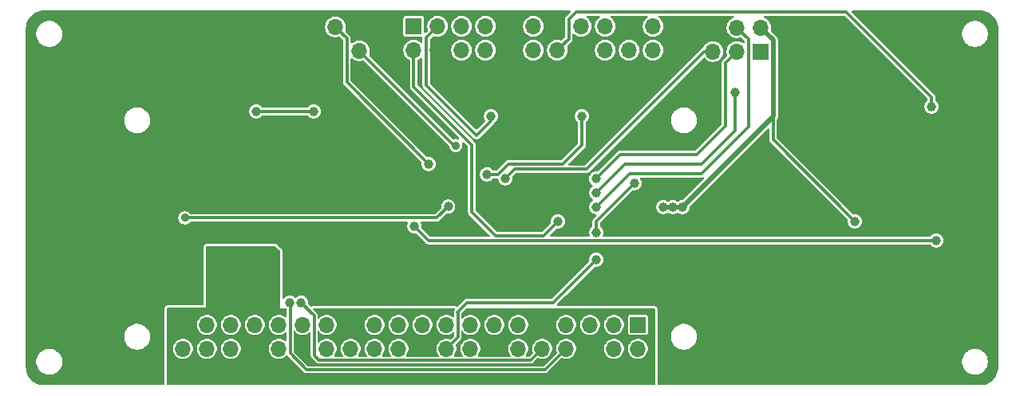
<source format=gbl>
G04 #@! TF.GenerationSoftware,KiCad,Pcbnew,9.0.1-9.0.1-0~ubuntu24.04.1*
G04 #@! TF.CreationDate,2025-04-20T11:34:57-06:00*
G04 #@! TF.ProjectId,Controller,436f6e74-726f-46c6-9c65-722e6b696361,rev?*
G04 #@! TF.SameCoordinates,Original*
G04 #@! TF.FileFunction,Copper,L2,Bot*
G04 #@! TF.FilePolarity,Positive*
%FSLAX46Y46*%
G04 Gerber Fmt 4.6, Leading zero omitted, Abs format (unit mm)*
G04 Created by KiCad (PCBNEW 9.0.1-9.0.1-0~ubuntu24.04.1) date 2025-04-20 11:34:57*
%MOMM*%
%LPD*%
G01*
G04 APERTURE LIST*
G04 #@! TA.AperFunction,ComponentPad*
%ADD10R,1.700000X1.700000*%
G04 #@! TD*
G04 #@! TA.AperFunction,ComponentPad*
%ADD11O,1.700000X1.700000*%
G04 #@! TD*
G04 #@! TA.AperFunction,ViaPad*
%ADD12C,1.000000*%
G04 #@! TD*
G04 #@! TA.AperFunction,ViaPad*
%ADD13C,0.900000*%
G04 #@! TD*
G04 #@! TA.AperFunction,Conductor*
%ADD14C,0.300000*%
G04 #@! TD*
G04 #@! TA.AperFunction,Conductor*
%ADD15C,0.500000*%
G04 #@! TD*
G04 APERTURE END LIST*
D10*
X180620682Y-184144257D03*
D11*
X180620682Y-186684257D03*
X178080682Y-184144257D03*
X178080682Y-186684257D03*
X175540682Y-184144257D03*
X175540682Y-186684257D03*
X173000682Y-184144257D03*
X173000682Y-186684257D03*
X170460682Y-184144257D03*
X170460682Y-186684257D03*
X167920682Y-184144257D03*
X167920682Y-186684257D03*
X165380682Y-184144257D03*
X165380682Y-186684257D03*
X162840682Y-184144257D03*
X162840682Y-186684257D03*
X160300682Y-184144257D03*
X160300682Y-186684257D03*
X157760682Y-184144257D03*
X157760682Y-186684257D03*
X155220682Y-184144257D03*
X155220682Y-186684257D03*
X152680682Y-184144257D03*
X152680682Y-186684257D03*
X150140682Y-184144257D03*
X150140682Y-186684257D03*
X147600682Y-184144257D03*
X147600682Y-186684257D03*
X145060682Y-184144257D03*
X145060682Y-186684257D03*
X142520682Y-184144257D03*
X142520682Y-186684257D03*
X139980682Y-184144257D03*
X139980682Y-186684257D03*
X137440682Y-184144257D03*
X137440682Y-186684257D03*
X134900682Y-184144257D03*
X134900682Y-186684257D03*
X132360682Y-184144257D03*
X132360682Y-186684257D03*
D10*
X193660144Y-155100134D03*
D11*
X193660144Y-152560134D03*
X191120144Y-155100134D03*
X191120144Y-152560134D03*
X188580144Y-155100134D03*
X188580144Y-152560134D03*
D10*
X151070000Y-152490000D03*
D11*
X148530000Y-152490000D03*
X151070000Y-155030000D03*
X148530000Y-155030000D03*
D10*
X156829318Y-152425743D03*
D11*
X159369318Y-152425743D03*
X161909318Y-152425743D03*
X164449318Y-152425743D03*
X166989318Y-152425743D03*
X169529318Y-152425743D03*
X172069318Y-152425743D03*
X174609318Y-152425743D03*
X177149318Y-152425743D03*
X179689318Y-152425743D03*
X182229318Y-152425743D03*
X156829318Y-154965743D03*
X159369318Y-154965743D03*
X161909318Y-154965743D03*
X164449318Y-154965743D03*
X166989318Y-154965743D03*
X169529318Y-154965743D03*
X172069318Y-154965743D03*
X174609318Y-154965743D03*
X177149318Y-154965743D03*
X179689318Y-154965743D03*
X182229318Y-154965743D03*
D12*
X138608000Y-174168000D03*
X140132000Y-174168000D03*
X140132000Y-170104000D03*
X187884000Y-173660000D03*
X185852000Y-173660000D03*
X187884000Y-176708000D03*
X185852000Y-176708000D03*
X187884000Y-180264000D03*
X185852000Y-180264000D03*
X183820000Y-180264000D03*
X183820000Y-176708000D03*
X183820000Y-173660000D03*
X203632000Y-173152000D03*
X185344000Y-171628000D03*
X184328000Y-171628000D03*
X183312000Y-171628000D03*
X160452000Y-166040000D03*
X164516000Y-169596000D03*
X140132000Y-168072000D03*
X140132000Y-166040000D03*
X140132000Y-164008000D03*
X146228000Y-162992000D03*
X149276000Y-159944000D03*
X147752000Y-162992000D03*
X147752000Y-159944000D03*
X159436000Y-158420000D03*
X159436000Y-156896000D03*
X167056000Y-161468000D03*
X167056000Y-159944000D03*
X167056000Y-158420000D03*
X167056000Y-156896000D03*
X178232000Y-173660000D03*
X180264000Y-173660000D03*
X178232000Y-176708000D03*
X180264000Y-176708000D03*
X180264000Y-180264000D03*
X178232000Y-180264000D03*
X169088000Y-177724000D03*
X170612000Y-179248000D03*
X169088000Y-180264000D03*
X160452000Y-180264000D03*
X158420000Y-178232000D03*
X156896000Y-176708000D03*
X155372000Y-175184000D03*
X137084000Y-174168000D03*
X135560000Y-174168000D03*
X134036000Y-174168000D03*
X132512000Y-174168000D03*
X132512000Y-175692000D03*
X132512000Y-177216000D03*
X132512000Y-178740000D03*
X176200000Y-180264000D03*
X153340000Y-169596000D03*
X197536000Y-169088000D03*
X176200000Y-177216000D03*
X211760000Y-160960000D03*
X140132000Y-161468000D03*
X146228000Y-161468000D03*
X160493206Y-171586794D03*
X165024000Y-161976000D03*
X172136000Y-173152000D03*
X144888003Y-181788000D03*
X158420000Y-167056000D03*
X143688000Y-181788000D03*
X156896000Y-173660000D03*
X212268000Y-175184000D03*
X174676000Y-161976000D03*
X164615966Y-168162948D03*
X166548000Y-168580000D03*
X180264000Y-169088000D03*
X176200000Y-174334000D03*
X176160394Y-168619606D03*
X190932000Y-159436000D03*
X176200000Y-170104000D03*
X176200000Y-171628000D03*
D13*
X161293472Y-165092025D03*
X132550000Y-172790000D03*
D12*
X180264000Y-164516000D03*
D14*
X203632000Y-173152000D02*
X194961144Y-164481144D01*
X194961144Y-164481144D02*
X194961144Y-162010856D01*
D15*
X184328000Y-171628000D02*
X185344000Y-171628000D01*
X183312000Y-171628000D02*
X184328000Y-171628000D01*
X185344000Y-171628000D02*
X194961144Y-162010856D01*
X194961144Y-162010856D02*
X194961144Y-153861134D01*
X194961144Y-153861134D02*
X193660144Y-152560134D01*
D14*
X146228000Y-161468000D02*
X140132000Y-161468000D01*
X166868504Y-167056000D02*
X172644000Y-167056000D01*
X165761556Y-168162948D02*
X166868504Y-167056000D01*
X164615966Y-168162948D02*
X165761556Y-168162948D01*
X172644000Y-167056000D02*
X174676000Y-165024000D01*
X174676000Y-165024000D02*
X174676000Y-161976000D01*
X167056000Y-181788000D02*
X171628000Y-181788000D01*
X161501682Y-182837682D02*
X161468000Y-182804000D01*
X161501682Y-185483257D02*
X161501682Y-182837682D01*
X171628000Y-181788000D02*
X176200000Y-177216000D01*
X160300682Y-186684257D02*
X161501682Y-185483257D01*
X161468000Y-182804000D02*
X162484000Y-181788000D01*
X162484000Y-181788000D02*
X167056000Y-181788000D01*
X211760000Y-159944000D02*
X211760000Y-160960000D01*
X174077000Y-150891000D02*
X174676000Y-150891000D01*
X173270318Y-151697682D02*
X174077000Y-150891000D01*
X173270318Y-153764743D02*
X173270318Y-151697682D01*
X172069318Y-154965743D02*
X173270318Y-153764743D01*
X174676000Y-150891000D02*
X202707000Y-150891000D01*
X202707000Y-150891000D02*
X211760000Y-159944000D01*
X160493206Y-171586794D02*
X159290000Y-172790000D01*
X159290000Y-172790000D02*
X132550000Y-172790000D01*
X163500000Y-164008000D02*
X165024000Y-162484000D01*
X165024000Y-162484000D02*
X165024000Y-161976000D01*
X159369318Y-152425743D02*
X158168318Y-153626743D01*
X158168318Y-153626743D02*
X158168318Y-158676318D01*
X158168318Y-158676318D02*
X163500000Y-164008000D01*
X170612000Y-174676000D02*
X165532000Y-174676000D01*
X172136000Y-173152000D02*
X170612000Y-174676000D01*
X165532000Y-174676000D02*
X162992000Y-172136000D01*
X162992000Y-172136000D02*
X162992000Y-165024000D01*
X162992000Y-165024000D02*
X156829318Y-158861318D01*
X156829318Y-158861318D02*
X156829318Y-154965743D01*
X176200000Y-174334000D02*
X176200000Y-173152000D01*
X176200000Y-173152000D02*
X180264000Y-169088000D01*
X146261682Y-187409682D02*
X146736000Y-187884000D01*
X144888003Y-181788000D02*
X146261682Y-183161679D01*
X146261682Y-183161679D02*
X146261682Y-187409682D01*
X169260939Y-187884000D02*
X170460682Y-186684257D01*
X146736000Y-187884000D02*
X169260939Y-187884000D01*
X149731000Y-158367000D02*
X158420000Y-167056000D01*
X149731000Y-153691000D02*
X149731000Y-158367000D01*
X148530000Y-152490000D02*
X149731000Y-153691000D01*
X170784939Y-188900000D02*
X167564000Y-188900000D01*
X173000682Y-186684257D02*
X170784939Y-188900000D01*
X167564000Y-188900000D02*
X145439954Y-188900000D01*
X145439954Y-188900000D02*
X143721682Y-187181728D01*
X143721682Y-187181728D02*
X143721682Y-181821682D01*
X143721682Y-181821682D02*
X143688000Y-181788000D01*
X212268000Y-175184000D02*
X158420000Y-175184000D01*
X158420000Y-175184000D02*
X156896000Y-173660000D01*
X166548000Y-168580000D02*
X167519870Y-167608130D01*
X167519870Y-167608130D02*
X175139870Y-167608130D01*
X175139870Y-167608130D02*
X187647866Y-155100134D01*
X187647866Y-155100134D02*
X188580144Y-155100134D01*
X176160394Y-168619606D02*
X178740000Y-166040000D01*
X178740000Y-166040000D02*
X186868000Y-166040000D01*
X189916000Y-156304278D02*
X191120144Y-155100134D01*
X186868000Y-166040000D02*
X189916000Y-162992000D01*
X189916000Y-162992000D02*
X189916000Y-156304278D01*
X176200000Y-170104000D02*
X179248000Y-167056000D01*
X179248000Y-167056000D02*
X187376000Y-167056000D01*
X187376000Y-167056000D02*
X190932000Y-163500000D01*
X190932000Y-163500000D02*
X190932000Y-159436000D01*
X176200000Y-171628000D02*
X179756000Y-168072000D01*
X179756000Y-168072000D02*
X187376000Y-168072000D01*
X192321144Y-163126856D02*
X192321144Y-153761134D01*
X187376000Y-168072000D02*
X192321144Y-163126856D01*
X192321144Y-153761134D02*
X191120144Y-152560134D01*
X161293472Y-165092025D02*
X161132025Y-165092025D01*
X161132025Y-165092025D02*
X151070000Y-155030000D01*
G04 #@! TA.AperFunction,Conductor*
G36*
X173428785Y-150760185D02*
G01*
X173474540Y-150812989D01*
X173484484Y-150882147D01*
X173455459Y-150945703D01*
X173449427Y-150952181D01*
X172949840Y-151451766D01*
X172949838Y-151451769D01*
X172897109Y-151543096D01*
X172876799Y-151618900D01*
X172869818Y-151644952D01*
X172869818Y-153547487D01*
X172850133Y-153614526D01*
X172833499Y-153635168D01*
X172568917Y-153899749D01*
X172507594Y-153933234D01*
X172442918Y-153929999D01*
X172327016Y-153892340D01*
X172195589Y-153871524D01*
X172155929Y-153865243D01*
X171982707Y-153865243D01*
X171943046Y-153871524D01*
X171811620Y-153892340D01*
X171646870Y-153945871D01*
X171492529Y-154024511D01*
X171459458Y-154048539D01*
X171352390Y-154126329D01*
X171352388Y-154126331D01*
X171352387Y-154126331D01*
X171229906Y-154248812D01*
X171229906Y-154248813D01*
X171229904Y-154248815D01*
X171186177Y-154308999D01*
X171128086Y-154388954D01*
X171049446Y-154543295D01*
X171049445Y-154543297D01*
X171049445Y-154543298D01*
X171029234Y-154605500D01*
X170995915Y-154708045D01*
X170972763Y-154854223D01*
X170968818Y-154879132D01*
X170968818Y-155052354D01*
X170995916Y-155223444D01*
X171049445Y-155388188D01*
X171128086Y-155542531D01*
X171229904Y-155682671D01*
X171352390Y-155805157D01*
X171492530Y-155906975D01*
X171646873Y-155985616D01*
X171811617Y-156039145D01*
X171982707Y-156066243D01*
X171982708Y-156066243D01*
X172155928Y-156066243D01*
X172155929Y-156066243D01*
X172327019Y-156039145D01*
X172491763Y-155985616D01*
X172646106Y-155906975D01*
X172786246Y-155805157D01*
X172908732Y-155682671D01*
X173010550Y-155542531D01*
X173089191Y-155388188D01*
X173142720Y-155223444D01*
X173169818Y-155052354D01*
X173169818Y-154879132D01*
X176048818Y-154879132D01*
X176048818Y-155052354D01*
X176075916Y-155223444D01*
X176129445Y-155388188D01*
X176208086Y-155542531D01*
X176309904Y-155682671D01*
X176432390Y-155805157D01*
X176572530Y-155906975D01*
X176726873Y-155985616D01*
X176891617Y-156039145D01*
X177062707Y-156066243D01*
X177062708Y-156066243D01*
X177235928Y-156066243D01*
X177235929Y-156066243D01*
X177407019Y-156039145D01*
X177571763Y-155985616D01*
X177726106Y-155906975D01*
X177866246Y-155805157D01*
X177988732Y-155682671D01*
X178090550Y-155542531D01*
X178169191Y-155388188D01*
X178222720Y-155223444D01*
X178249818Y-155052354D01*
X178249818Y-154879132D01*
X178588818Y-154879132D01*
X178588818Y-155052354D01*
X178615916Y-155223444D01*
X178669445Y-155388188D01*
X178748086Y-155542531D01*
X178849904Y-155682671D01*
X178972390Y-155805157D01*
X179112530Y-155906975D01*
X179266873Y-155985616D01*
X179431617Y-156039145D01*
X179602707Y-156066243D01*
X179602708Y-156066243D01*
X179775928Y-156066243D01*
X179775929Y-156066243D01*
X179947019Y-156039145D01*
X180111763Y-155985616D01*
X180266106Y-155906975D01*
X180406246Y-155805157D01*
X180528732Y-155682671D01*
X180630550Y-155542531D01*
X180709191Y-155388188D01*
X180762720Y-155223444D01*
X180789818Y-155052354D01*
X180789818Y-154879132D01*
X181128818Y-154879132D01*
X181128818Y-155052354D01*
X181155916Y-155223444D01*
X181209445Y-155388188D01*
X181288086Y-155542531D01*
X181389904Y-155682671D01*
X181512390Y-155805157D01*
X181652530Y-155906975D01*
X181806873Y-155985616D01*
X181971617Y-156039145D01*
X182142707Y-156066243D01*
X182142708Y-156066243D01*
X182315928Y-156066243D01*
X182315929Y-156066243D01*
X182487019Y-156039145D01*
X182651763Y-155985616D01*
X182806106Y-155906975D01*
X182946246Y-155805157D01*
X183068732Y-155682671D01*
X183170550Y-155542531D01*
X183249191Y-155388188D01*
X183302720Y-155223444D01*
X183329818Y-155052354D01*
X183329818Y-154879132D01*
X183302720Y-154708042D01*
X183249191Y-154543298D01*
X183170550Y-154388955D01*
X183068732Y-154248815D01*
X182946246Y-154126329D01*
X182806106Y-154024511D01*
X182651763Y-153945870D01*
X182487019Y-153892341D01*
X182487017Y-153892340D01*
X182487016Y-153892340D01*
X182355589Y-153871524D01*
X182315929Y-153865243D01*
X182142707Y-153865243D01*
X182103046Y-153871524D01*
X181971620Y-153892340D01*
X181806870Y-153945871D01*
X181652529Y-154024511D01*
X181619458Y-154048539D01*
X181512390Y-154126329D01*
X181512388Y-154126331D01*
X181512387Y-154126331D01*
X181389906Y-154248812D01*
X181389906Y-154248813D01*
X181389904Y-154248815D01*
X181346177Y-154308999D01*
X181288086Y-154388954D01*
X181209446Y-154543295D01*
X181209445Y-154543297D01*
X181209445Y-154543298D01*
X181189234Y-154605500D01*
X181155915Y-154708045D01*
X181132763Y-154854223D01*
X181128818Y-154879132D01*
X180789818Y-154879132D01*
X180762720Y-154708042D01*
X180709191Y-154543298D01*
X180630550Y-154388955D01*
X180528732Y-154248815D01*
X180406246Y-154126329D01*
X180266106Y-154024511D01*
X180111763Y-153945870D01*
X179947019Y-153892341D01*
X179947017Y-153892340D01*
X179947016Y-153892340D01*
X179815589Y-153871524D01*
X179775929Y-153865243D01*
X179602707Y-153865243D01*
X179563046Y-153871524D01*
X179431620Y-153892340D01*
X179266870Y-153945871D01*
X179112529Y-154024511D01*
X179079458Y-154048539D01*
X178972390Y-154126329D01*
X178972388Y-154126331D01*
X178972387Y-154126331D01*
X178849906Y-154248812D01*
X178849906Y-154248813D01*
X178849904Y-154248815D01*
X178806177Y-154308999D01*
X178748086Y-154388954D01*
X178669446Y-154543295D01*
X178669445Y-154543297D01*
X178669445Y-154543298D01*
X178649234Y-154605500D01*
X178615915Y-154708045D01*
X178592763Y-154854223D01*
X178588818Y-154879132D01*
X178249818Y-154879132D01*
X178222720Y-154708042D01*
X178169191Y-154543298D01*
X178090550Y-154388955D01*
X177988732Y-154248815D01*
X177866246Y-154126329D01*
X177726106Y-154024511D01*
X177571763Y-153945870D01*
X177407019Y-153892341D01*
X177407017Y-153892340D01*
X177407016Y-153892340D01*
X177275589Y-153871524D01*
X177235929Y-153865243D01*
X177062707Y-153865243D01*
X177023046Y-153871524D01*
X176891620Y-153892340D01*
X176726870Y-153945871D01*
X176572529Y-154024511D01*
X176539458Y-154048539D01*
X176432390Y-154126329D01*
X176432388Y-154126331D01*
X176432387Y-154126331D01*
X176309906Y-154248812D01*
X176309906Y-154248813D01*
X176309904Y-154248815D01*
X176266177Y-154308999D01*
X176208086Y-154388954D01*
X176129446Y-154543295D01*
X176129445Y-154543297D01*
X176129445Y-154543298D01*
X176109234Y-154605500D01*
X176075915Y-154708045D01*
X176052763Y-154854223D01*
X176048818Y-154879132D01*
X173169818Y-154879132D01*
X173142720Y-154708042D01*
X173105059Y-154592136D01*
X173103065Y-154522301D01*
X173135308Y-154466144D01*
X173590798Y-154010656D01*
X173596979Y-153999950D01*
X173643525Y-153919330D01*
X173670818Y-153817470D01*
X173670818Y-153342947D01*
X173690503Y-153275908D01*
X173743307Y-153230153D01*
X173812465Y-153220209D01*
X173876021Y-153249234D01*
X173882499Y-153255266D01*
X173892390Y-153265157D01*
X174032530Y-153366975D01*
X174186873Y-153445616D01*
X174351617Y-153499145D01*
X174522707Y-153526243D01*
X174522708Y-153526243D01*
X174695928Y-153526243D01*
X174695929Y-153526243D01*
X174867019Y-153499145D01*
X175031763Y-153445616D01*
X175186106Y-153366975D01*
X175326246Y-153265157D01*
X175448732Y-153142671D01*
X175550550Y-153002531D01*
X175629191Y-152848188D01*
X175682720Y-152683444D01*
X175709818Y-152512354D01*
X175709818Y-152339132D01*
X175682720Y-152168042D01*
X175629191Y-152003298D01*
X175550550Y-151848955D01*
X175448732Y-151708815D01*
X175326246Y-151586329D01*
X175229195Y-151515817D01*
X175186531Y-151460488D01*
X175180552Y-151390874D01*
X175213158Y-151329079D01*
X175273997Y-151294722D01*
X175302082Y-151291500D01*
X176456554Y-151291500D01*
X176523593Y-151311185D01*
X176569348Y-151363989D01*
X176579292Y-151433147D01*
X176550267Y-151496703D01*
X176529440Y-151515817D01*
X176432390Y-151586329D01*
X176432388Y-151586331D01*
X176432387Y-151586331D01*
X176309906Y-151708812D01*
X176309906Y-151708813D01*
X176309904Y-151708815D01*
X176301253Y-151720722D01*
X176208086Y-151848954D01*
X176129446Y-152003295D01*
X176075915Y-152168045D01*
X176048818Y-152339132D01*
X176048818Y-152512353D01*
X176075915Y-152683440D01*
X176075915Y-152683442D01*
X176075916Y-152683444D01*
X176129445Y-152848188D01*
X176208086Y-153002531D01*
X176309904Y-153142671D01*
X176432390Y-153265157D01*
X176572530Y-153366975D01*
X176726873Y-153445616D01*
X176891617Y-153499145D01*
X177062707Y-153526243D01*
X177062708Y-153526243D01*
X177235928Y-153526243D01*
X177235929Y-153526243D01*
X177407019Y-153499145D01*
X177571763Y-153445616D01*
X177726106Y-153366975D01*
X177866246Y-153265157D01*
X177988732Y-153142671D01*
X178090550Y-153002531D01*
X178169191Y-152848188D01*
X178222720Y-152683444D01*
X178249818Y-152512354D01*
X178249818Y-152339132D01*
X178222720Y-152168042D01*
X178169191Y-152003298D01*
X178090550Y-151848955D01*
X177988732Y-151708815D01*
X177866246Y-151586329D01*
X177769195Y-151515817D01*
X177726531Y-151460488D01*
X177720552Y-151390874D01*
X177753158Y-151329079D01*
X177813997Y-151294722D01*
X177842082Y-151291500D01*
X181536554Y-151291500D01*
X181603593Y-151311185D01*
X181649348Y-151363989D01*
X181659292Y-151433147D01*
X181630267Y-151496703D01*
X181609440Y-151515817D01*
X181512390Y-151586329D01*
X181512388Y-151586331D01*
X181512387Y-151586331D01*
X181389906Y-151708812D01*
X181389906Y-151708813D01*
X181389904Y-151708815D01*
X181381253Y-151720722D01*
X181288086Y-151848954D01*
X181209446Y-152003295D01*
X181155915Y-152168045D01*
X181128818Y-152339132D01*
X181128818Y-152512353D01*
X181155915Y-152683440D01*
X181155915Y-152683442D01*
X181155916Y-152683444D01*
X181209445Y-152848188D01*
X181288086Y-153002531D01*
X181389904Y-153142671D01*
X181512390Y-153265157D01*
X181652530Y-153366975D01*
X181806873Y-153445616D01*
X181971617Y-153499145D01*
X182142707Y-153526243D01*
X182142708Y-153526243D01*
X182315928Y-153526243D01*
X182315929Y-153526243D01*
X182487019Y-153499145D01*
X182651763Y-153445616D01*
X182806106Y-153366975D01*
X182946246Y-153265157D01*
X183068732Y-153142671D01*
X183170550Y-153002531D01*
X183249191Y-152848188D01*
X183302720Y-152683444D01*
X183329818Y-152512354D01*
X183329818Y-152339132D01*
X183302720Y-152168042D01*
X183249191Y-152003298D01*
X183170550Y-151848955D01*
X183068732Y-151708815D01*
X182946246Y-151586329D01*
X182849195Y-151515817D01*
X182806531Y-151460488D01*
X182800552Y-151390874D01*
X182833158Y-151329079D01*
X182893997Y-151294722D01*
X182922082Y-151291500D01*
X190680402Y-151291500D01*
X190747441Y-151311185D01*
X190793196Y-151363989D01*
X190803140Y-151433147D01*
X190774115Y-151496703D01*
X190718722Y-151533429D01*
X190709201Y-151536523D01*
X190697694Y-151540262D01*
X190543355Y-151618902D01*
X190499744Y-151650588D01*
X190403216Y-151720720D01*
X190403214Y-151720722D01*
X190403213Y-151720722D01*
X190280732Y-151843203D01*
X190280732Y-151843204D01*
X190280730Y-151843206D01*
X190247916Y-151888370D01*
X190178912Y-151983345D01*
X190100272Y-152137686D01*
X190046741Y-152302436D01*
X190019644Y-152473523D01*
X190019644Y-152646745D01*
X190046742Y-152817835D01*
X190100271Y-152982579D01*
X190178912Y-153136922D01*
X190280730Y-153277062D01*
X190403216Y-153399548D01*
X190543356Y-153501366D01*
X190697699Y-153580007D01*
X190862443Y-153633536D01*
X191033533Y-153660634D01*
X191033534Y-153660634D01*
X191206754Y-153660634D01*
X191206755Y-153660634D01*
X191377845Y-153633536D01*
X191493746Y-153595876D01*
X191563586Y-153593882D01*
X191619744Y-153626127D01*
X191884325Y-153890708D01*
X191899028Y-153917635D01*
X191915621Y-153943454D01*
X191916512Y-153949654D01*
X191917810Y-153952031D01*
X191920644Y-153978389D01*
X191920644Y-154078074D01*
X191900959Y-154145113D01*
X191848155Y-154190868D01*
X191778997Y-154200812D01*
X191723759Y-154178393D01*
X191696931Y-154158901D01*
X191542591Y-154080262D01*
X191542590Y-154080261D01*
X191542589Y-154080261D01*
X191377845Y-154026732D01*
X191377843Y-154026731D01*
X191377842Y-154026731D01*
X191208857Y-153999967D01*
X191206755Y-153999634D01*
X191033533Y-153999634D01*
X191031431Y-153999967D01*
X190862446Y-154026731D01*
X190697696Y-154080262D01*
X190543355Y-154158902D01*
X190486133Y-154200477D01*
X190403216Y-154260720D01*
X190403214Y-154260722D01*
X190403213Y-154260722D01*
X190280732Y-154383203D01*
X190280732Y-154383204D01*
X190280730Y-154383206D01*
X190263855Y-154406433D01*
X190178912Y-154523345D01*
X190100272Y-154677686D01*
X190046741Y-154842436D01*
X190019644Y-155013523D01*
X190019644Y-155186744D01*
X190046741Y-155357832D01*
X190084400Y-155473734D01*
X190086395Y-155543575D01*
X190054150Y-155599733D01*
X189595522Y-156058362D01*
X189595518Y-156058368D01*
X189542792Y-156149690D01*
X189542793Y-156149691D01*
X189515500Y-156251551D01*
X189515500Y-162774745D01*
X189495815Y-162841784D01*
X189479181Y-162862426D01*
X186738426Y-165603181D01*
X186677103Y-165636666D01*
X186650745Y-165639500D01*
X178687273Y-165639500D01*
X178585412Y-165666793D01*
X178585409Y-165666794D01*
X178539750Y-165693155D01*
X178539750Y-165693156D01*
X178505733Y-165712796D01*
X178494087Y-165719520D01*
X178494084Y-165719522D01*
X178419518Y-165794089D01*
X176373085Y-167840520D01*
X176311762Y-167874005D01*
X176261214Y-167874457D01*
X176234312Y-167869106D01*
X176086476Y-167869106D01*
X176086474Y-167869106D01*
X175941486Y-167897946D01*
X175941476Y-167897949D01*
X175804905Y-167954518D01*
X175804892Y-167954525D01*
X175681978Y-168036654D01*
X175681974Y-168036657D01*
X175577445Y-168141186D01*
X175577442Y-168141190D01*
X175495313Y-168264104D01*
X175495306Y-168264117D01*
X175438737Y-168400688D01*
X175438734Y-168400698D01*
X175409894Y-168545685D01*
X175409894Y-168545688D01*
X175409894Y-168693524D01*
X175409894Y-168693526D01*
X175409893Y-168693526D01*
X175438734Y-168838513D01*
X175438737Y-168838523D01*
X175495306Y-168975094D01*
X175495313Y-168975107D01*
X175577442Y-169098021D01*
X175577445Y-169098025D01*
X175681977Y-169202557D01*
X175785805Y-169271932D01*
X175830610Y-169325544D01*
X175839317Y-169394869D01*
X175809163Y-169457896D01*
X175785806Y-169478135D01*
X175721586Y-169521046D01*
X175721580Y-169521051D01*
X175617051Y-169625580D01*
X175617048Y-169625584D01*
X175534919Y-169748498D01*
X175534912Y-169748511D01*
X175478343Y-169885082D01*
X175478340Y-169885092D01*
X175449500Y-170030079D01*
X175449500Y-170030082D01*
X175449500Y-170177918D01*
X175449500Y-170177920D01*
X175449499Y-170177920D01*
X175478340Y-170322907D01*
X175478343Y-170322917D01*
X175534912Y-170459488D01*
X175534919Y-170459501D01*
X175617048Y-170582415D01*
X175617051Y-170582419D01*
X175721580Y-170686948D01*
X175721584Y-170686951D01*
X175835246Y-170762898D01*
X175880051Y-170816510D01*
X175888758Y-170885835D01*
X175858604Y-170948863D01*
X175835246Y-170969102D01*
X175721584Y-171045048D01*
X175721580Y-171045051D01*
X175617051Y-171149580D01*
X175617048Y-171149584D01*
X175534919Y-171272498D01*
X175534912Y-171272511D01*
X175478343Y-171409082D01*
X175478340Y-171409092D01*
X175449500Y-171554079D01*
X175449500Y-171554082D01*
X175449500Y-171701918D01*
X175449500Y-171701920D01*
X175449499Y-171701920D01*
X175478340Y-171846907D01*
X175478343Y-171846917D01*
X175534912Y-171983488D01*
X175534919Y-171983501D01*
X175617048Y-172106415D01*
X175617051Y-172106419D01*
X175721580Y-172210948D01*
X175721584Y-172210951D01*
X175844498Y-172293080D01*
X175844511Y-172293087D01*
X175966109Y-172343454D01*
X175981087Y-172349658D01*
X175981091Y-172349658D01*
X175981092Y-172349659D01*
X176132057Y-172379689D01*
X176131544Y-172382264D01*
X176185761Y-172404142D01*
X176226133Y-172461167D01*
X176229266Y-172530967D01*
X176196523Y-172589083D01*
X175879522Y-172906084D01*
X175879520Y-172906087D01*
X175826793Y-172997410D01*
X175799500Y-173099273D01*
X175799500Y-173632707D01*
X175779815Y-173699746D01*
X175744392Y-173735808D01*
X175721586Y-173751046D01*
X175721580Y-173751051D01*
X175617051Y-173855580D01*
X175617048Y-173855584D01*
X175534919Y-173978498D01*
X175534912Y-173978511D01*
X175478343Y-174115082D01*
X175478340Y-174115092D01*
X175449500Y-174260079D01*
X175449500Y-174260082D01*
X175449500Y-174407918D01*
X175449500Y-174407920D01*
X175449499Y-174407920D01*
X175478340Y-174552907D01*
X175478343Y-174552917D01*
X175502836Y-174612048D01*
X175510305Y-174681517D01*
X175479030Y-174743996D01*
X175418941Y-174779648D01*
X175388275Y-174783500D01*
X171370255Y-174783500D01*
X171303216Y-174763815D01*
X171257461Y-174711011D01*
X171247517Y-174641853D01*
X171276542Y-174578297D01*
X171282574Y-174571819D01*
X171420893Y-174433500D01*
X171923308Y-173931083D01*
X171984629Y-173897600D01*
X172035179Y-173897149D01*
X172062079Y-173902500D01*
X172062082Y-173902500D01*
X172209920Y-173902500D01*
X172307462Y-173883096D01*
X172354913Y-173873658D01*
X172491495Y-173817084D01*
X172614416Y-173734951D01*
X172718951Y-173630416D01*
X172801084Y-173507495D01*
X172857658Y-173370913D01*
X172884526Y-173235844D01*
X172886500Y-173225920D01*
X172886500Y-173078079D01*
X172857659Y-172933092D01*
X172857658Y-172933091D01*
X172857658Y-172933087D01*
X172826968Y-172858995D01*
X172801087Y-172796511D01*
X172801080Y-172796498D01*
X172718951Y-172673584D01*
X172718948Y-172673580D01*
X172614419Y-172569051D01*
X172614415Y-172569048D01*
X172491501Y-172486919D01*
X172491488Y-172486912D01*
X172354917Y-172430343D01*
X172354907Y-172430340D01*
X172209920Y-172401500D01*
X172209918Y-172401500D01*
X172062082Y-172401500D01*
X172062080Y-172401500D01*
X171917092Y-172430340D01*
X171917082Y-172430343D01*
X171780511Y-172486912D01*
X171780498Y-172486919D01*
X171657584Y-172569048D01*
X171657580Y-172569051D01*
X171553051Y-172673580D01*
X171553048Y-172673584D01*
X171470919Y-172796498D01*
X171470912Y-172796511D01*
X171414343Y-172933082D01*
X171414340Y-172933092D01*
X171385500Y-173078079D01*
X171385500Y-173078080D01*
X171385500Y-173078082D01*
X171385500Y-173225918D01*
X171387613Y-173236541D01*
X171390851Y-173252820D01*
X171384622Y-173322412D01*
X171356914Y-173364691D01*
X170482426Y-174239181D01*
X170421103Y-174272666D01*
X170394745Y-174275500D01*
X165749255Y-174275500D01*
X165682216Y-174255815D01*
X165661574Y-174239181D01*
X163428819Y-172006426D01*
X163395334Y-171945103D01*
X163392500Y-171918745D01*
X163392500Y-168236868D01*
X163865465Y-168236868D01*
X163894306Y-168381855D01*
X163894309Y-168381865D01*
X163950878Y-168518436D01*
X163950883Y-168518445D01*
X164033014Y-168641363D01*
X164033017Y-168641367D01*
X164137546Y-168745896D01*
X164137550Y-168745899D01*
X164260464Y-168828028D01*
X164260477Y-168828035D01*
X164397048Y-168884604D01*
X164397053Y-168884606D01*
X164397057Y-168884606D01*
X164397058Y-168884607D01*
X164542045Y-168913448D01*
X164542048Y-168913448D01*
X164689886Y-168913448D01*
X164787428Y-168894044D01*
X164834879Y-168884606D01*
X164971461Y-168828032D01*
X165094382Y-168745899D01*
X165198917Y-168641364D01*
X165214155Y-168618559D01*
X165267767Y-168573753D01*
X165317258Y-168563448D01*
X165677740Y-168563448D01*
X165744779Y-168583133D01*
X165790534Y-168635937D01*
X165799357Y-168663256D01*
X165826340Y-168798907D01*
X165826343Y-168798917D01*
X165882912Y-168935488D01*
X165882919Y-168935501D01*
X165965048Y-169058415D01*
X165965051Y-169058419D01*
X166069580Y-169162948D01*
X166069584Y-169162951D01*
X166192498Y-169245080D01*
X166192511Y-169245087D01*
X166326752Y-169300691D01*
X166329087Y-169301658D01*
X166329091Y-169301658D01*
X166329092Y-169301659D01*
X166474079Y-169330500D01*
X166474082Y-169330500D01*
X166621920Y-169330500D01*
X166719462Y-169311096D01*
X166766913Y-169301658D01*
X166903495Y-169245084D01*
X167026416Y-169162951D01*
X167130951Y-169058416D01*
X167213084Y-168935495D01*
X167269658Y-168798913D01*
X167282869Y-168732499D01*
X167298500Y-168653920D01*
X167298500Y-168506079D01*
X167293149Y-168479179D01*
X167299376Y-168409587D01*
X167327083Y-168367308D01*
X167649443Y-168044949D01*
X167710766Y-168011464D01*
X167737124Y-168008630D01*
X175192595Y-168008630D01*
X175192597Y-168008630D01*
X175294458Y-167981337D01*
X175385783Y-167928610D01*
X181008389Y-162306003D01*
X184115182Y-162306003D01*
X184115182Y-162522511D01*
X184120954Y-162558951D01*
X184149052Y-162736355D01*
X184215954Y-162942263D01*
X184215955Y-162942266D01*
X184276450Y-163060992D01*
X184314249Y-163135176D01*
X184441510Y-163310335D01*
X184594604Y-163463429D01*
X184769763Y-163590690D01*
X184864379Y-163638899D01*
X184962672Y-163688983D01*
X184962675Y-163688984D01*
X185065629Y-163722435D01*
X185168585Y-163755887D01*
X185382428Y-163789757D01*
X185382429Y-163789757D01*
X185598935Y-163789757D01*
X185598936Y-163789757D01*
X185812779Y-163755887D01*
X186018691Y-163688983D01*
X186211601Y-163590690D01*
X186386760Y-163463429D01*
X186539854Y-163310335D01*
X186667115Y-163135176D01*
X186765408Y-162942266D01*
X186832312Y-162736354D01*
X186866182Y-162522511D01*
X186866182Y-162306003D01*
X186832312Y-162092160D01*
X186798860Y-161989204D01*
X186765409Y-161886250D01*
X186765408Y-161886247D01*
X186699594Y-161757082D01*
X186667115Y-161693338D01*
X186539854Y-161518179D01*
X186386760Y-161365085D01*
X186211601Y-161237824D01*
X186187414Y-161225500D01*
X186018691Y-161139530D01*
X186018688Y-161139529D01*
X185812780Y-161072627D01*
X185705857Y-161055692D01*
X185598936Y-161038757D01*
X185382428Y-161038757D01*
X185325239Y-161047815D01*
X185168583Y-161072627D01*
X184962675Y-161139529D01*
X184962672Y-161139530D01*
X184769762Y-161237824D01*
X184669827Y-161310431D01*
X184594604Y-161365085D01*
X184594602Y-161365087D01*
X184594601Y-161365087D01*
X184441512Y-161518176D01*
X184441512Y-161518177D01*
X184441510Y-161518179D01*
X184423512Y-161542951D01*
X184314249Y-161693337D01*
X184215955Y-161886247D01*
X184215954Y-161886250D01*
X184149052Y-162092158D01*
X184131331Y-162204042D01*
X184115182Y-162306003D01*
X181008389Y-162306003D01*
X187535645Y-155778745D01*
X187596966Y-155745262D01*
X187666658Y-155750246D01*
X187722591Y-155792118D01*
X187723641Y-155793542D01*
X187724894Y-155795266D01*
X187740730Y-155817062D01*
X187863216Y-155939548D01*
X188003356Y-156041366D01*
X188157699Y-156120007D01*
X188322443Y-156173536D01*
X188493533Y-156200634D01*
X188493534Y-156200634D01*
X188666754Y-156200634D01*
X188666755Y-156200634D01*
X188837845Y-156173536D01*
X189002589Y-156120007D01*
X189156932Y-156041366D01*
X189297072Y-155939548D01*
X189419558Y-155817062D01*
X189521376Y-155676922D01*
X189600017Y-155522579D01*
X189653546Y-155357835D01*
X189680644Y-155186745D01*
X189680644Y-155013523D01*
X189653546Y-154842433D01*
X189600017Y-154677689D01*
X189521376Y-154523346D01*
X189419558Y-154383206D01*
X189297072Y-154260720D01*
X189156932Y-154158902D01*
X189092511Y-154126078D01*
X189002591Y-154080262D01*
X189002590Y-154080261D01*
X189002589Y-154080261D01*
X188837845Y-154026732D01*
X188837843Y-154026731D01*
X188837842Y-154026731D01*
X188668857Y-153999967D01*
X188666755Y-153999634D01*
X188493533Y-153999634D01*
X188491431Y-153999967D01*
X188322446Y-154026731D01*
X188157696Y-154080262D01*
X188003355Y-154158902D01*
X187946133Y-154200477D01*
X187863216Y-154260720D01*
X187863214Y-154260722D01*
X187863213Y-154260722D01*
X187740732Y-154383203D01*
X187740732Y-154383204D01*
X187740730Y-154383206D01*
X187723855Y-154406433D01*
X187638910Y-154523347D01*
X187566873Y-154664731D01*
X187518899Y-154715528D01*
X187500527Y-154723190D01*
X187500787Y-154723817D01*
X187493279Y-154726926D01*
X187401950Y-154779656D01*
X175010296Y-167171311D01*
X174948973Y-167204796D01*
X174922615Y-167207630D01*
X173358125Y-167207630D01*
X173291086Y-167187945D01*
X173245331Y-167135141D01*
X173235387Y-167065983D01*
X173264412Y-167002427D01*
X173270444Y-166995949D01*
X173989479Y-166276914D01*
X174996480Y-165269913D01*
X175049207Y-165178588D01*
X175076500Y-165076727D01*
X175076500Y-164971273D01*
X175076500Y-162677291D01*
X175096185Y-162610252D01*
X175131606Y-162574191D01*
X175154416Y-162558951D01*
X175258951Y-162454416D01*
X175341084Y-162331495D01*
X175397658Y-162194913D01*
X175409958Y-162133080D01*
X175426500Y-162049920D01*
X175426500Y-161902079D01*
X175397659Y-161757092D01*
X175397658Y-161757091D01*
X175397658Y-161757087D01*
X175397656Y-161757082D01*
X175341087Y-161620511D01*
X175341080Y-161620498D01*
X175258951Y-161497584D01*
X175258948Y-161497580D01*
X175154419Y-161393051D01*
X175154415Y-161393048D01*
X175031501Y-161310919D01*
X175031488Y-161310912D01*
X174894917Y-161254343D01*
X174894907Y-161254340D01*
X174749920Y-161225500D01*
X174749918Y-161225500D01*
X174602082Y-161225500D01*
X174602080Y-161225500D01*
X174457092Y-161254340D01*
X174457082Y-161254343D01*
X174320511Y-161310912D01*
X174320498Y-161310919D01*
X174197584Y-161393048D01*
X174197580Y-161393051D01*
X174093051Y-161497580D01*
X174093048Y-161497584D01*
X174010919Y-161620498D01*
X174010912Y-161620511D01*
X173954343Y-161757082D01*
X173954340Y-161757092D01*
X173925500Y-161902079D01*
X173925500Y-161902082D01*
X173925500Y-162049918D01*
X173925500Y-162049920D01*
X173925499Y-162049920D01*
X173954340Y-162194907D01*
X173954343Y-162194917D01*
X174010912Y-162331488D01*
X174010919Y-162331501D01*
X174093048Y-162454415D01*
X174093051Y-162454419D01*
X174197577Y-162558945D01*
X174197580Y-162558947D01*
X174197584Y-162558951D01*
X174220391Y-162574190D01*
X174265195Y-162627799D01*
X174275500Y-162677291D01*
X174275500Y-164806745D01*
X174255815Y-164873784D01*
X174239181Y-164894426D01*
X172514426Y-166619181D01*
X172453103Y-166652666D01*
X172426745Y-166655500D01*
X166815777Y-166655500D01*
X166713914Y-166682793D01*
X166622591Y-166735520D01*
X166622588Y-166735522D01*
X165631982Y-167726129D01*
X165605054Y-167740832D01*
X165579236Y-167757425D01*
X165573035Y-167758316D01*
X165570659Y-167759614D01*
X165544301Y-167762448D01*
X165317258Y-167762448D01*
X165250219Y-167742763D01*
X165214155Y-167707337D01*
X165198918Y-167684533D01*
X165198914Y-167684528D01*
X165094385Y-167579999D01*
X165094381Y-167579996D01*
X164971467Y-167497867D01*
X164971454Y-167497860D01*
X164834883Y-167441291D01*
X164834873Y-167441288D01*
X164689886Y-167412448D01*
X164689884Y-167412448D01*
X164542048Y-167412448D01*
X164542046Y-167412448D01*
X164397058Y-167441288D01*
X164397048Y-167441291D01*
X164260477Y-167497860D01*
X164260464Y-167497867D01*
X164137550Y-167579996D01*
X164137546Y-167579999D01*
X164033017Y-167684528D01*
X164033014Y-167684532D01*
X163950885Y-167807446D01*
X163950878Y-167807459D01*
X163894309Y-167944030D01*
X163894306Y-167944040D01*
X163865466Y-168089027D01*
X163865466Y-168089030D01*
X163865466Y-168236866D01*
X163865466Y-168236868D01*
X163865465Y-168236868D01*
X163392500Y-168236868D01*
X163392500Y-164971275D01*
X163392500Y-164971273D01*
X163365207Y-164869413D01*
X163312480Y-164778087D01*
X163237913Y-164703520D01*
X157266137Y-158731744D01*
X157232652Y-158670421D01*
X157229818Y-158644063D01*
X157229818Y-156072785D01*
X157249503Y-156005746D01*
X157297524Y-155962300D01*
X157406104Y-155906976D01*
X157406103Y-155906976D01*
X157406106Y-155906975D01*
X157546246Y-155805157D01*
X157556137Y-155795266D01*
X157617460Y-155761781D01*
X157687152Y-155766765D01*
X157743085Y-155808637D01*
X157767502Y-155874101D01*
X157767818Y-155882947D01*
X157767818Y-158729044D01*
X157795111Y-158830907D01*
X157821474Y-158876568D01*
X157847838Y-158922231D01*
X163254087Y-164328480D01*
X163345412Y-164381207D01*
X163447273Y-164408500D01*
X163447275Y-164408500D01*
X163552725Y-164408500D01*
X163552727Y-164408500D01*
X163654588Y-164381207D01*
X163745913Y-164328480D01*
X163820480Y-164253913D01*
X165344480Y-162729913D01*
X165391531Y-162648416D01*
X165391617Y-162648334D01*
X165430024Y-162607320D01*
X165502416Y-162558951D01*
X165606951Y-162454416D01*
X165689084Y-162331495D01*
X165745658Y-162194913D01*
X165757958Y-162133080D01*
X165774500Y-162049920D01*
X165774500Y-161902079D01*
X165745659Y-161757092D01*
X165745658Y-161757091D01*
X165745658Y-161757087D01*
X165745656Y-161757082D01*
X165689087Y-161620511D01*
X165689080Y-161620498D01*
X165606951Y-161497584D01*
X165606948Y-161497580D01*
X165502419Y-161393051D01*
X165502415Y-161393048D01*
X165379501Y-161310919D01*
X165379488Y-161310912D01*
X165242917Y-161254343D01*
X165242907Y-161254340D01*
X165097920Y-161225500D01*
X165097918Y-161225500D01*
X164950082Y-161225500D01*
X164950080Y-161225500D01*
X164805092Y-161254340D01*
X164805082Y-161254343D01*
X164668511Y-161310912D01*
X164668498Y-161310919D01*
X164545584Y-161393048D01*
X164545580Y-161393051D01*
X164441051Y-161497580D01*
X164441048Y-161497584D01*
X164358919Y-161620498D01*
X164358912Y-161620511D01*
X164302343Y-161757082D01*
X164302340Y-161757092D01*
X164273500Y-161902079D01*
X164273500Y-161902082D01*
X164273500Y-162049918D01*
X164273500Y-162049920D01*
X164273499Y-162049920D01*
X164302340Y-162194907D01*
X164302343Y-162194917D01*
X164358912Y-162331488D01*
X164358919Y-162331501D01*
X164402993Y-162397462D01*
X164423871Y-162464140D01*
X164405386Y-162531520D01*
X164387572Y-162554034D01*
X163587681Y-163353926D01*
X163526358Y-163387411D01*
X163456667Y-163382427D01*
X163412319Y-163353926D01*
X158605137Y-158546744D01*
X158571652Y-158485421D01*
X158568818Y-158459063D01*
X158568818Y-154879132D01*
X160808818Y-154879132D01*
X160808818Y-155052354D01*
X160835916Y-155223444D01*
X160889445Y-155388188D01*
X160968086Y-155542531D01*
X161069904Y-155682671D01*
X161192390Y-155805157D01*
X161332530Y-155906975D01*
X161486873Y-155985616D01*
X161651617Y-156039145D01*
X161822707Y-156066243D01*
X161822708Y-156066243D01*
X161995928Y-156066243D01*
X161995929Y-156066243D01*
X162167019Y-156039145D01*
X162331763Y-155985616D01*
X162486106Y-155906975D01*
X162626246Y-155805157D01*
X162748732Y-155682671D01*
X162850550Y-155542531D01*
X162929191Y-155388188D01*
X162982720Y-155223444D01*
X163009818Y-155052354D01*
X163009818Y-154879132D01*
X163348818Y-154879132D01*
X163348818Y-155052354D01*
X163375916Y-155223444D01*
X163429445Y-155388188D01*
X163508086Y-155542531D01*
X163609904Y-155682671D01*
X163732390Y-155805157D01*
X163872530Y-155906975D01*
X164026873Y-155985616D01*
X164191617Y-156039145D01*
X164362707Y-156066243D01*
X164362708Y-156066243D01*
X164535928Y-156066243D01*
X164535929Y-156066243D01*
X164707019Y-156039145D01*
X164871763Y-155985616D01*
X165026106Y-155906975D01*
X165166246Y-155805157D01*
X165288732Y-155682671D01*
X165390550Y-155542531D01*
X165469191Y-155388188D01*
X165522720Y-155223444D01*
X165549818Y-155052354D01*
X165549818Y-154879132D01*
X168428818Y-154879132D01*
X168428818Y-155052354D01*
X168455916Y-155223444D01*
X168509445Y-155388188D01*
X168588086Y-155542531D01*
X168689904Y-155682671D01*
X168812390Y-155805157D01*
X168952530Y-155906975D01*
X169106873Y-155985616D01*
X169271617Y-156039145D01*
X169442707Y-156066243D01*
X169442708Y-156066243D01*
X169615928Y-156066243D01*
X169615929Y-156066243D01*
X169787019Y-156039145D01*
X169951763Y-155985616D01*
X170106106Y-155906975D01*
X170246246Y-155805157D01*
X170368732Y-155682671D01*
X170470550Y-155542531D01*
X170549191Y-155388188D01*
X170602720Y-155223444D01*
X170629818Y-155052354D01*
X170629818Y-154879132D01*
X170602720Y-154708042D01*
X170549191Y-154543298D01*
X170470550Y-154388955D01*
X170368732Y-154248815D01*
X170246246Y-154126329D01*
X170106106Y-154024511D01*
X169951763Y-153945870D01*
X169787019Y-153892341D01*
X169787017Y-153892340D01*
X169787016Y-153892340D01*
X169655589Y-153871524D01*
X169615929Y-153865243D01*
X169442707Y-153865243D01*
X169403046Y-153871524D01*
X169271620Y-153892340D01*
X169106870Y-153945871D01*
X168952529Y-154024511D01*
X168919458Y-154048539D01*
X168812390Y-154126329D01*
X168812388Y-154126331D01*
X168812387Y-154126331D01*
X168689906Y-154248812D01*
X168689906Y-154248813D01*
X168689904Y-154248815D01*
X168646177Y-154308999D01*
X168588086Y-154388954D01*
X168509446Y-154543295D01*
X168509445Y-154543297D01*
X168509445Y-154543298D01*
X168489234Y-154605500D01*
X168455915Y-154708045D01*
X168432763Y-154854223D01*
X168428818Y-154879132D01*
X165549818Y-154879132D01*
X165522720Y-154708042D01*
X165469191Y-154543298D01*
X165390550Y-154388955D01*
X165288732Y-154248815D01*
X165166246Y-154126329D01*
X165026106Y-154024511D01*
X164871763Y-153945870D01*
X164707019Y-153892341D01*
X164707017Y-153892340D01*
X164707016Y-153892340D01*
X164575589Y-153871524D01*
X164535929Y-153865243D01*
X164362707Y-153865243D01*
X164323046Y-153871524D01*
X164191620Y-153892340D01*
X164026870Y-153945871D01*
X163872529Y-154024511D01*
X163839458Y-154048539D01*
X163732390Y-154126329D01*
X163732388Y-154126331D01*
X163732387Y-154126331D01*
X163609906Y-154248812D01*
X163609906Y-154248813D01*
X163609904Y-154248815D01*
X163566177Y-154308999D01*
X163508086Y-154388954D01*
X163429446Y-154543295D01*
X163429445Y-154543297D01*
X163429445Y-154543298D01*
X163409234Y-154605500D01*
X163375915Y-154708045D01*
X163352763Y-154854223D01*
X163348818Y-154879132D01*
X163009818Y-154879132D01*
X162982720Y-154708042D01*
X162929191Y-154543298D01*
X162850550Y-154388955D01*
X162748732Y-154248815D01*
X162626246Y-154126329D01*
X162486106Y-154024511D01*
X162331763Y-153945870D01*
X162167019Y-153892341D01*
X162167017Y-153892340D01*
X162167016Y-153892340D01*
X162035589Y-153871524D01*
X161995929Y-153865243D01*
X161822707Y-153865243D01*
X161783046Y-153871524D01*
X161651620Y-153892340D01*
X161486870Y-153945871D01*
X161332529Y-154024511D01*
X161299458Y-154048539D01*
X161192390Y-154126329D01*
X161192388Y-154126331D01*
X161192387Y-154126331D01*
X161069906Y-154248812D01*
X161069906Y-154248813D01*
X161069904Y-154248815D01*
X161026177Y-154308999D01*
X160968086Y-154388954D01*
X160889446Y-154543295D01*
X160889445Y-154543297D01*
X160889445Y-154543298D01*
X160869234Y-154605500D01*
X160835915Y-154708045D01*
X160812763Y-154854223D01*
X160808818Y-154879132D01*
X158568818Y-154879132D01*
X158568818Y-153843997D01*
X158588503Y-153776958D01*
X158605133Y-153756320D01*
X158869719Y-153491733D01*
X158931040Y-153458250D01*
X158995711Y-153461484D01*
X159111617Y-153499145D01*
X159282707Y-153526243D01*
X159282708Y-153526243D01*
X159455928Y-153526243D01*
X159455929Y-153526243D01*
X159627019Y-153499145D01*
X159791763Y-153445616D01*
X159946106Y-153366975D01*
X160086246Y-153265157D01*
X160208732Y-153142671D01*
X160310550Y-153002531D01*
X160389191Y-152848188D01*
X160442720Y-152683444D01*
X160469818Y-152512354D01*
X160469818Y-152339132D01*
X160808818Y-152339132D01*
X160808818Y-152512353D01*
X160835915Y-152683440D01*
X160835915Y-152683442D01*
X160835916Y-152683444D01*
X160889445Y-152848188D01*
X160968086Y-153002531D01*
X161069904Y-153142671D01*
X161192390Y-153265157D01*
X161332530Y-153366975D01*
X161486873Y-153445616D01*
X161651617Y-153499145D01*
X161822707Y-153526243D01*
X161822708Y-153526243D01*
X161995928Y-153526243D01*
X161995929Y-153526243D01*
X162167019Y-153499145D01*
X162331763Y-153445616D01*
X162486106Y-153366975D01*
X162626246Y-153265157D01*
X162748732Y-153142671D01*
X162850550Y-153002531D01*
X162929191Y-152848188D01*
X162982720Y-152683444D01*
X163009818Y-152512354D01*
X163009818Y-152339132D01*
X163348818Y-152339132D01*
X163348818Y-152512353D01*
X163375915Y-152683440D01*
X163375915Y-152683442D01*
X163375916Y-152683444D01*
X163429445Y-152848188D01*
X163508086Y-153002531D01*
X163609904Y-153142671D01*
X163732390Y-153265157D01*
X163872530Y-153366975D01*
X164026873Y-153445616D01*
X164191617Y-153499145D01*
X164362707Y-153526243D01*
X164362708Y-153526243D01*
X164535928Y-153526243D01*
X164535929Y-153526243D01*
X164707019Y-153499145D01*
X164871763Y-153445616D01*
X165026106Y-153366975D01*
X165166246Y-153265157D01*
X165288732Y-153142671D01*
X165390550Y-153002531D01*
X165469191Y-152848188D01*
X165522720Y-152683444D01*
X165549818Y-152512354D01*
X165549818Y-152339132D01*
X168428818Y-152339132D01*
X168428818Y-152512353D01*
X168455915Y-152683440D01*
X168455915Y-152683442D01*
X168455916Y-152683444D01*
X168509445Y-152848188D01*
X168588086Y-153002531D01*
X168689904Y-153142671D01*
X168812390Y-153265157D01*
X168952530Y-153366975D01*
X169106873Y-153445616D01*
X169271617Y-153499145D01*
X169442707Y-153526243D01*
X169442708Y-153526243D01*
X169615928Y-153526243D01*
X169615929Y-153526243D01*
X169787019Y-153499145D01*
X169951763Y-153445616D01*
X170106106Y-153366975D01*
X170246246Y-153265157D01*
X170368732Y-153142671D01*
X170470550Y-153002531D01*
X170549191Y-152848188D01*
X170602720Y-152683444D01*
X170629818Y-152512354D01*
X170629818Y-152339132D01*
X170602720Y-152168042D01*
X170549191Y-152003298D01*
X170470550Y-151848955D01*
X170368732Y-151708815D01*
X170246246Y-151586329D01*
X170106106Y-151484511D01*
X169951763Y-151405870D01*
X169787019Y-151352341D01*
X169787017Y-151352340D01*
X169787016Y-151352340D01*
X169655589Y-151331524D01*
X169615929Y-151325243D01*
X169442707Y-151325243D01*
X169403046Y-151331524D01*
X169271620Y-151352340D01*
X169106870Y-151405871D01*
X168952529Y-151484511D01*
X168875797Y-151540261D01*
X168812390Y-151586329D01*
X168812388Y-151586331D01*
X168812387Y-151586331D01*
X168689906Y-151708812D01*
X168689906Y-151708813D01*
X168689904Y-151708815D01*
X168681253Y-151720722D01*
X168588086Y-151848954D01*
X168509446Y-152003295D01*
X168455915Y-152168045D01*
X168428818Y-152339132D01*
X165549818Y-152339132D01*
X165522720Y-152168042D01*
X165469191Y-152003298D01*
X165390550Y-151848955D01*
X165288732Y-151708815D01*
X165166246Y-151586329D01*
X165026106Y-151484511D01*
X164871763Y-151405870D01*
X164707019Y-151352341D01*
X164707017Y-151352340D01*
X164707016Y-151352340D01*
X164575589Y-151331524D01*
X164535929Y-151325243D01*
X164362707Y-151325243D01*
X164323046Y-151331524D01*
X164191620Y-151352340D01*
X164026870Y-151405871D01*
X163872529Y-151484511D01*
X163795797Y-151540261D01*
X163732390Y-151586329D01*
X163732388Y-151586331D01*
X163732387Y-151586331D01*
X163609906Y-151708812D01*
X163609906Y-151708813D01*
X163609904Y-151708815D01*
X163601253Y-151720722D01*
X163508086Y-151848954D01*
X163429446Y-152003295D01*
X163375915Y-152168045D01*
X163348818Y-152339132D01*
X163009818Y-152339132D01*
X162982720Y-152168042D01*
X162929191Y-152003298D01*
X162850550Y-151848955D01*
X162748732Y-151708815D01*
X162626246Y-151586329D01*
X162486106Y-151484511D01*
X162331763Y-151405870D01*
X162167019Y-151352341D01*
X162167017Y-151352340D01*
X162167016Y-151352340D01*
X162035589Y-151331524D01*
X161995929Y-151325243D01*
X161822707Y-151325243D01*
X161783046Y-151331524D01*
X161651620Y-151352340D01*
X161486870Y-151405871D01*
X161332529Y-151484511D01*
X161255797Y-151540261D01*
X161192390Y-151586329D01*
X161192388Y-151586331D01*
X161192387Y-151586331D01*
X161069906Y-151708812D01*
X161069906Y-151708813D01*
X161069904Y-151708815D01*
X161061253Y-151720722D01*
X160968086Y-151848954D01*
X160889446Y-152003295D01*
X160835915Y-152168045D01*
X160808818Y-152339132D01*
X160469818Y-152339132D01*
X160442720Y-152168042D01*
X160389191Y-152003298D01*
X160310550Y-151848955D01*
X160208732Y-151708815D01*
X160086246Y-151586329D01*
X159946106Y-151484511D01*
X159791763Y-151405870D01*
X159627019Y-151352341D01*
X159627017Y-151352340D01*
X159627016Y-151352340D01*
X159495589Y-151331524D01*
X159455929Y-151325243D01*
X159282707Y-151325243D01*
X159243046Y-151331524D01*
X159111620Y-151352340D01*
X158946870Y-151405871D01*
X158792529Y-151484511D01*
X158715797Y-151540261D01*
X158652390Y-151586329D01*
X158652388Y-151586331D01*
X158652387Y-151586331D01*
X158529906Y-151708812D01*
X158529906Y-151708813D01*
X158529904Y-151708815D01*
X158521253Y-151720722D01*
X158428086Y-151848954D01*
X158349446Y-152003295D01*
X158295915Y-152168045D01*
X158268818Y-152339132D01*
X158268818Y-152512353D01*
X158295915Y-152683441D01*
X158333574Y-152799343D01*
X158335569Y-152869184D01*
X158303324Y-152925342D01*
X158154870Y-153073798D01*
X158141500Y-153087168D01*
X158080176Y-153120653D01*
X158010485Y-153115669D01*
X157954551Y-153073798D01*
X157930134Y-153008333D01*
X157929818Y-152999487D01*
X157929818Y-151551066D01*
X157929817Y-151551064D01*
X157915285Y-151478007D01*
X157915284Y-151478003D01*
X157910022Y-151470128D01*
X157859919Y-151395142D01*
X157777058Y-151339777D01*
X157777057Y-151339776D01*
X157777053Y-151339775D01*
X157703995Y-151325243D01*
X157703992Y-151325243D01*
X155954644Y-151325243D01*
X155954641Y-151325243D01*
X155881582Y-151339775D01*
X155881578Y-151339776D01*
X155798717Y-151395142D01*
X155743351Y-151478003D01*
X155743350Y-151478007D01*
X155728818Y-151551064D01*
X155728818Y-153300421D01*
X155743350Y-153373478D01*
X155743351Y-153373482D01*
X155743352Y-153373483D01*
X155798717Y-153456344D01*
X155878827Y-153509871D01*
X155881578Y-153511709D01*
X155881582Y-153511710D01*
X155954639Y-153526242D01*
X155954642Y-153526243D01*
X157643818Y-153526243D01*
X157710857Y-153545928D01*
X157756612Y-153598732D01*
X157767818Y-153650243D01*
X157767818Y-154048539D01*
X157748133Y-154115578D01*
X157695329Y-154161333D01*
X157626171Y-154171277D01*
X157562615Y-154142252D01*
X157556137Y-154136220D01*
X157546248Y-154126331D01*
X157546246Y-154126329D01*
X157406106Y-154024511D01*
X157251763Y-153945870D01*
X157087019Y-153892341D01*
X157087017Y-153892340D01*
X157087016Y-153892340D01*
X156955589Y-153871524D01*
X156915929Y-153865243D01*
X156742707Y-153865243D01*
X156703046Y-153871524D01*
X156571620Y-153892340D01*
X156406870Y-153945871D01*
X156252529Y-154024511D01*
X156219458Y-154048539D01*
X156112390Y-154126329D01*
X156112388Y-154126331D01*
X156112387Y-154126331D01*
X155989906Y-154248812D01*
X155989906Y-154248813D01*
X155989904Y-154248815D01*
X155946177Y-154308999D01*
X155888086Y-154388954D01*
X155809446Y-154543295D01*
X155809445Y-154543297D01*
X155809445Y-154543298D01*
X155789234Y-154605500D01*
X155755915Y-154708045D01*
X155732763Y-154854223D01*
X155728818Y-154879132D01*
X155728818Y-155052354D01*
X155755916Y-155223444D01*
X155809445Y-155388188D01*
X155888086Y-155542531D01*
X155989904Y-155682671D01*
X156112390Y-155805157D01*
X156187218Y-155859523D01*
X156252531Y-155906976D01*
X156361112Y-155962300D01*
X156411909Y-156010274D01*
X156428818Y-156072785D01*
X156428818Y-158808591D01*
X156428818Y-158914045D01*
X156431012Y-158922233D01*
X156456111Y-159015907D01*
X156482474Y-159061568D01*
X156508838Y-159107231D01*
X156508840Y-159107233D01*
X161611022Y-164209415D01*
X161644507Y-164270738D01*
X161639523Y-164340430D01*
X161597651Y-164396363D01*
X161532187Y-164420780D01*
X161499150Y-164418713D01*
X161362468Y-164391525D01*
X161362465Y-164391525D01*
X161224479Y-164391525D01*
X161224476Y-164391525D01*
X161100512Y-164416183D01*
X161030921Y-164409956D01*
X160988640Y-164382247D01*
X152135993Y-155529600D01*
X152102508Y-155468277D01*
X152105742Y-155403603D01*
X152143402Y-155287701D01*
X152170500Y-155116611D01*
X152170500Y-154943389D01*
X152143402Y-154772299D01*
X152089873Y-154607555D01*
X152011232Y-154453212D01*
X151909414Y-154313072D01*
X151786928Y-154190586D01*
X151646788Y-154088768D01*
X151492445Y-154010127D01*
X151327701Y-153956598D01*
X151327699Y-153956597D01*
X151327698Y-153956597D01*
X151196271Y-153935781D01*
X151156611Y-153929500D01*
X150983389Y-153929500D01*
X150943728Y-153935781D01*
X150812302Y-153956597D01*
X150647552Y-154010128D01*
X150493211Y-154088768D01*
X150441514Y-154126329D01*
X150353072Y-154190586D01*
X150353070Y-154190588D01*
X150353069Y-154190588D01*
X150343181Y-154200477D01*
X150281858Y-154233962D01*
X150212166Y-154228978D01*
X150156233Y-154187106D01*
X150131816Y-154121642D01*
X150131500Y-154112796D01*
X150131500Y-153638275D01*
X150131500Y-153638273D01*
X150104207Y-153536413D01*
X150051480Y-153445087D01*
X149976913Y-153370520D01*
X149595993Y-152989600D01*
X149562508Y-152928277D01*
X149565742Y-152863603D01*
X149603402Y-152747701D01*
X149630500Y-152576611D01*
X149630500Y-152403389D01*
X149603402Y-152232299D01*
X149549873Y-152067555D01*
X149471232Y-151913212D01*
X149369414Y-151773072D01*
X149246928Y-151650586D01*
X149106788Y-151548768D01*
X148952445Y-151470127D01*
X148787701Y-151416598D01*
X148787699Y-151416597D01*
X148787698Y-151416597D01*
X148652233Y-151395142D01*
X148616611Y-151389500D01*
X148443389Y-151389500D01*
X148407767Y-151395142D01*
X148272302Y-151416597D01*
X148107552Y-151470128D01*
X147953211Y-151548768D01*
X147901514Y-151586329D01*
X147813072Y-151650586D01*
X147813070Y-151650588D01*
X147813069Y-151650588D01*
X147690588Y-151773069D01*
X147690588Y-151773070D01*
X147690586Y-151773072D01*
X147684724Y-151781141D01*
X147588768Y-151913211D01*
X147510128Y-152067552D01*
X147456597Y-152232302D01*
X147429500Y-152403389D01*
X147429500Y-152576610D01*
X147449358Y-152701993D01*
X147456598Y-152747701D01*
X147510127Y-152912445D01*
X147588768Y-153066788D01*
X147690586Y-153206928D01*
X147813072Y-153329414D01*
X147953212Y-153431232D01*
X148107555Y-153509873D01*
X148272299Y-153563402D01*
X148443389Y-153590500D01*
X148443390Y-153590500D01*
X148616610Y-153590500D01*
X148616611Y-153590500D01*
X148787701Y-153563402D01*
X148903602Y-153525742D01*
X148973442Y-153523748D01*
X149029600Y-153555993D01*
X149294181Y-153820574D01*
X149327666Y-153881897D01*
X149330500Y-153908255D01*
X149330500Y-158419726D01*
X149357793Y-158521589D01*
X149372317Y-158546744D01*
X149410520Y-158612913D01*
X153533962Y-162736355D01*
X157640914Y-166843306D01*
X157674399Y-166904629D01*
X157674851Y-166955175D01*
X157669500Y-166982079D01*
X157669500Y-166982082D01*
X157669500Y-167129918D01*
X157669500Y-167129920D01*
X157669499Y-167129920D01*
X157698340Y-167274907D01*
X157698343Y-167274917D01*
X157754912Y-167411488D01*
X157754919Y-167411501D01*
X157837048Y-167534415D01*
X157837051Y-167534419D01*
X157941580Y-167638948D01*
X157941584Y-167638951D01*
X158064498Y-167721080D01*
X158064511Y-167721087D01*
X158201082Y-167777656D01*
X158201087Y-167777658D01*
X158201091Y-167777658D01*
X158201092Y-167777659D01*
X158346079Y-167806500D01*
X158346082Y-167806500D01*
X158493920Y-167806500D01*
X158591462Y-167787096D01*
X158638913Y-167777658D01*
X158763315Y-167726129D01*
X158775488Y-167721087D01*
X158775488Y-167721086D01*
X158775495Y-167721084D01*
X158898416Y-167638951D01*
X159002951Y-167534416D01*
X159085084Y-167411495D01*
X159141658Y-167274913D01*
X159155042Y-167207630D01*
X159170500Y-167129920D01*
X159170500Y-166982079D01*
X159141659Y-166837092D01*
X159141658Y-166837091D01*
X159141658Y-166837087D01*
X159141656Y-166837082D01*
X159085087Y-166700511D01*
X159085080Y-166700498D01*
X159002951Y-166577584D01*
X159002948Y-166577580D01*
X158898419Y-166473051D01*
X158898415Y-166473048D01*
X158775501Y-166390919D01*
X158775488Y-166390912D01*
X158638917Y-166334343D01*
X158638907Y-166334340D01*
X158493920Y-166305500D01*
X158493918Y-166305500D01*
X158346082Y-166305500D01*
X158346080Y-166305500D01*
X158319175Y-166310851D01*
X158249584Y-166304622D01*
X158207306Y-166276914D01*
X150167819Y-158237426D01*
X150134334Y-158176103D01*
X150131500Y-158149745D01*
X150131500Y-155947204D01*
X150151185Y-155880165D01*
X150203989Y-155834410D01*
X150273147Y-155824466D01*
X150336703Y-155853491D01*
X150343181Y-155859523D01*
X150353072Y-155869414D01*
X150493212Y-155971232D01*
X150647555Y-156049873D01*
X150812299Y-156103402D01*
X150983389Y-156130500D01*
X150983390Y-156130500D01*
X151156610Y-156130500D01*
X151156611Y-156130500D01*
X151327701Y-156103402D01*
X151443602Y-156065742D01*
X151513442Y-156063748D01*
X151569600Y-156095993D01*
X160557048Y-165083441D01*
X160590533Y-165144764D01*
X160592770Y-165158969D01*
X160592972Y-165161020D01*
X160619890Y-165296347D01*
X160619893Y-165296357D01*
X160672693Y-165423829D01*
X160672700Y-165423842D01*
X160749357Y-165538566D01*
X160749360Y-165538570D01*
X160846926Y-165636136D01*
X160846930Y-165636139D01*
X160961654Y-165712796D01*
X160961667Y-165712803D01*
X161089139Y-165765603D01*
X161089144Y-165765605D01*
X161089148Y-165765605D01*
X161089149Y-165765606D01*
X161224476Y-165792525D01*
X161224479Y-165792525D01*
X161362467Y-165792525D01*
X161453513Y-165774414D01*
X161497800Y-165765605D01*
X161609055Y-165719522D01*
X161625276Y-165712803D01*
X161625276Y-165712802D01*
X161625283Y-165712800D01*
X161740014Y-165636139D01*
X161837586Y-165538567D01*
X161914247Y-165423836D01*
X161967052Y-165296353D01*
X161983255Y-165214897D01*
X161993972Y-165161020D01*
X161993972Y-165023029D01*
X161966783Y-164886347D01*
X161973010Y-164816756D01*
X162015872Y-164761578D01*
X162081762Y-164738333D01*
X162149759Y-164754400D01*
X162176081Y-164774474D01*
X162555181Y-165153574D01*
X162588666Y-165214897D01*
X162591500Y-165241255D01*
X162591500Y-172188726D01*
X162618793Y-172290589D01*
X162642930Y-172332394D01*
X162671520Y-172381913D01*
X162671522Y-172381915D01*
X164861426Y-174571819D01*
X164894911Y-174633142D01*
X164889927Y-174702834D01*
X164848055Y-174758767D01*
X164782591Y-174783184D01*
X164773745Y-174783500D01*
X158637255Y-174783500D01*
X158570216Y-174763815D01*
X158549574Y-174747181D01*
X157675085Y-173872692D01*
X157641600Y-173811369D01*
X157641149Y-173760818D01*
X157646500Y-173733918D01*
X157646500Y-173586079D01*
X157617659Y-173441092D01*
X157617658Y-173441091D01*
X157617658Y-173441087D01*
X157605104Y-173410778D01*
X157584880Y-173361952D01*
X157577411Y-173292483D01*
X157608687Y-173230004D01*
X157668776Y-173194352D01*
X157699441Y-173190500D01*
X159342725Y-173190500D01*
X159342727Y-173190500D01*
X159444588Y-173163207D01*
X159535913Y-173110480D01*
X160280514Y-172365877D01*
X160341835Y-172332394D01*
X160392385Y-172331943D01*
X160419285Y-172337294D01*
X160419288Y-172337294D01*
X160567126Y-172337294D01*
X160664668Y-172317890D01*
X160712119Y-172308452D01*
X160848701Y-172251878D01*
X160971622Y-172169745D01*
X161076157Y-172065210D01*
X161158290Y-171942289D01*
X161214864Y-171805707D01*
X161235509Y-171701920D01*
X161243706Y-171660714D01*
X161243706Y-171512873D01*
X161214865Y-171367886D01*
X161214864Y-171367885D01*
X161214864Y-171367881D01*
X161175358Y-171272505D01*
X161158293Y-171231305D01*
X161158286Y-171231292D01*
X161076157Y-171108378D01*
X161076154Y-171108374D01*
X160971625Y-171003845D01*
X160971621Y-171003842D01*
X160848707Y-170921713D01*
X160848694Y-170921706D01*
X160712123Y-170865137D01*
X160712113Y-170865134D01*
X160567126Y-170836294D01*
X160567124Y-170836294D01*
X160419288Y-170836294D01*
X160419286Y-170836294D01*
X160274298Y-170865134D01*
X160274288Y-170865137D01*
X160137717Y-170921706D01*
X160137704Y-170921713D01*
X160014790Y-171003842D01*
X160014786Y-171003845D01*
X159910257Y-171108374D01*
X159910254Y-171108378D01*
X159828125Y-171231292D01*
X159828118Y-171231305D01*
X159771549Y-171367876D01*
X159771546Y-171367886D01*
X159742706Y-171512873D01*
X159742706Y-171512876D01*
X159742706Y-171660712D01*
X159747900Y-171686824D01*
X159748057Y-171687614D01*
X159741828Y-171757206D01*
X159714120Y-171799485D01*
X159160426Y-172353181D01*
X159099103Y-172386666D01*
X159072745Y-172389500D01*
X133190547Y-172389500D01*
X133123508Y-172369815D01*
X133098572Y-172347614D01*
X133098422Y-172347765D01*
X133095835Y-172345178D01*
X133094687Y-172344156D01*
X133094110Y-172343453D01*
X132996545Y-172245888D01*
X132996541Y-172245885D01*
X132881817Y-172169228D01*
X132881804Y-172169221D01*
X132754332Y-172116421D01*
X132754322Y-172116418D01*
X132618995Y-172089500D01*
X132618993Y-172089500D01*
X132481007Y-172089500D01*
X132481005Y-172089500D01*
X132345677Y-172116418D01*
X132345667Y-172116421D01*
X132218195Y-172169221D01*
X132218182Y-172169228D01*
X132103458Y-172245885D01*
X132103454Y-172245888D01*
X132005888Y-172343454D01*
X132005885Y-172343458D01*
X131929228Y-172458182D01*
X131929221Y-172458195D01*
X131876421Y-172585667D01*
X131876418Y-172585677D01*
X131849500Y-172721004D01*
X131849500Y-172721007D01*
X131849500Y-172858993D01*
X131849500Y-172858995D01*
X131849499Y-172858995D01*
X131876418Y-172994322D01*
X131876421Y-172994332D01*
X131929221Y-173121804D01*
X131929228Y-173121817D01*
X132005885Y-173236541D01*
X132005888Y-173236545D01*
X132103454Y-173334111D01*
X132103458Y-173334114D01*
X132218182Y-173410771D01*
X132218195Y-173410778D01*
X132345667Y-173463578D01*
X132345672Y-173463580D01*
X132345676Y-173463580D01*
X132345677Y-173463581D01*
X132481004Y-173490500D01*
X132481007Y-173490500D01*
X132618995Y-173490500D01*
X132710041Y-173472389D01*
X132754328Y-173463580D01*
X132881811Y-173410775D01*
X132996542Y-173334114D01*
X133094114Y-173236542D01*
X133094117Y-173236537D01*
X133094687Y-173235844D01*
X133095082Y-173235574D01*
X133098422Y-173232235D01*
X133099055Y-173232868D01*
X133152429Y-173196504D01*
X133190547Y-173190500D01*
X156092559Y-173190500D01*
X156159598Y-173210185D01*
X156205353Y-173262989D01*
X156215297Y-173332147D01*
X156207120Y-173361952D01*
X156174343Y-173441082D01*
X156174340Y-173441092D01*
X156145500Y-173586079D01*
X156145500Y-173586082D01*
X156145500Y-173733918D01*
X156145500Y-173733920D01*
X156145499Y-173733920D01*
X156174340Y-173878907D01*
X156174343Y-173878917D01*
X156230912Y-174015488D01*
X156230919Y-174015501D01*
X156313048Y-174138415D01*
X156313051Y-174138419D01*
X156417580Y-174242948D01*
X156417584Y-174242951D01*
X156540498Y-174325080D01*
X156540511Y-174325087D01*
X156677082Y-174381656D01*
X156677087Y-174381658D01*
X156677091Y-174381658D01*
X156677092Y-174381659D01*
X156822079Y-174410500D01*
X156822082Y-174410500D01*
X156969919Y-174410500D01*
X156996818Y-174405149D01*
X157066410Y-174411375D01*
X157108692Y-174439085D01*
X158099519Y-175429912D01*
X158099520Y-175429913D01*
X158174087Y-175504480D01*
X158265413Y-175557207D01*
X158367273Y-175584500D01*
X158472726Y-175584500D01*
X211566708Y-175584500D01*
X211633747Y-175604185D01*
X211669811Y-175639611D01*
X211685047Y-175662414D01*
X211685051Y-175662419D01*
X211789580Y-175766948D01*
X211789584Y-175766951D01*
X211912498Y-175849080D01*
X211912511Y-175849087D01*
X212049082Y-175905656D01*
X212049087Y-175905658D01*
X212049091Y-175905658D01*
X212049092Y-175905659D01*
X212194079Y-175934500D01*
X212194082Y-175934500D01*
X212341920Y-175934500D01*
X212439462Y-175915096D01*
X212486913Y-175905658D01*
X212623495Y-175849084D01*
X212746416Y-175766951D01*
X212850951Y-175662416D01*
X212933084Y-175539495D01*
X212989658Y-175402913D01*
X213018500Y-175257918D01*
X213018500Y-175110082D01*
X213018500Y-175110079D01*
X212989659Y-174965092D01*
X212989658Y-174965091D01*
X212989658Y-174965087D01*
X212989656Y-174965082D01*
X212933087Y-174828511D01*
X212933080Y-174828498D01*
X212850951Y-174705584D01*
X212850948Y-174705580D01*
X212746419Y-174601051D01*
X212746415Y-174601048D01*
X212623501Y-174518919D01*
X212623488Y-174518912D01*
X212486917Y-174462343D01*
X212486907Y-174462340D01*
X212341920Y-174433500D01*
X212341918Y-174433500D01*
X212194082Y-174433500D01*
X212194080Y-174433500D01*
X212049092Y-174462340D01*
X212049082Y-174462343D01*
X211912511Y-174518912D01*
X211912498Y-174518919D01*
X211789584Y-174601048D01*
X211789580Y-174601051D01*
X211685051Y-174705580D01*
X211685047Y-174705585D01*
X211669811Y-174728389D01*
X211616199Y-174773195D01*
X211566708Y-174783500D01*
X177011725Y-174783500D01*
X176944686Y-174763815D01*
X176898931Y-174711011D01*
X176888987Y-174641853D01*
X176897164Y-174612048D01*
X176921656Y-174552917D01*
X176921658Y-174552913D01*
X176939675Y-174462340D01*
X176950500Y-174407920D01*
X176950500Y-174260079D01*
X176921659Y-174115092D01*
X176921658Y-174115091D01*
X176921658Y-174115087D01*
X176921656Y-174115082D01*
X176865087Y-173978511D01*
X176865080Y-173978498D01*
X176782951Y-173855584D01*
X176782948Y-173855580D01*
X176678419Y-173751051D01*
X176678413Y-173751046D01*
X176655608Y-173735808D01*
X176610804Y-173682196D01*
X176600500Y-173632707D01*
X176600500Y-173369254D01*
X176620185Y-173302215D01*
X176636814Y-173281578D01*
X180051308Y-169867083D01*
X180112629Y-169833600D01*
X180163179Y-169833149D01*
X180190079Y-169838500D01*
X180190082Y-169838500D01*
X180337920Y-169838500D01*
X180435462Y-169819096D01*
X180482913Y-169809658D01*
X180619495Y-169753084D01*
X180742416Y-169670951D01*
X180846951Y-169566416D01*
X180929084Y-169443495D01*
X180985658Y-169306913D01*
X181014295Y-169162951D01*
X181014500Y-169161920D01*
X181014500Y-169014079D01*
X180985659Y-168869092D01*
X180985658Y-168869091D01*
X180985658Y-168869087D01*
X180985656Y-168869082D01*
X180929087Y-168732511D01*
X180929085Y-168732507D01*
X180929084Y-168732505D01*
X180884240Y-168665391D01*
X180863362Y-168598714D01*
X180881846Y-168531334D01*
X180933825Y-168484643D01*
X180987342Y-168472500D01*
X187428724Y-168472500D01*
X187428727Y-168472500D01*
X187477535Y-168459422D01*
X187547382Y-168461085D01*
X187605245Y-168500247D01*
X187632749Y-168564476D01*
X187621163Y-168633378D01*
X187597307Y-168666878D01*
X185423005Y-170841181D01*
X185361682Y-170874666D01*
X185335324Y-170877500D01*
X185270080Y-170877500D01*
X185125092Y-170906340D01*
X185125082Y-170906343D01*
X184988511Y-170962912D01*
X184988493Y-170962922D01*
X184904890Y-171018784D01*
X184838213Y-171039662D01*
X184770833Y-171021177D01*
X184767110Y-171018784D01*
X184683506Y-170962922D01*
X184683488Y-170962912D01*
X184546917Y-170906343D01*
X184546907Y-170906340D01*
X184401920Y-170877500D01*
X184401918Y-170877500D01*
X184254082Y-170877500D01*
X184254080Y-170877500D01*
X184109092Y-170906340D01*
X184109082Y-170906343D01*
X183972511Y-170962912D01*
X183972493Y-170962922D01*
X183888890Y-171018784D01*
X183822213Y-171039662D01*
X183754833Y-171021177D01*
X183751110Y-171018784D01*
X183667506Y-170962922D01*
X183667488Y-170962912D01*
X183530917Y-170906343D01*
X183530907Y-170906340D01*
X183385920Y-170877500D01*
X183385918Y-170877500D01*
X183238082Y-170877500D01*
X183238080Y-170877500D01*
X183093092Y-170906340D01*
X183093082Y-170906343D01*
X182956511Y-170962912D01*
X182956498Y-170962919D01*
X182833584Y-171045048D01*
X182833580Y-171045051D01*
X182729051Y-171149580D01*
X182729048Y-171149584D01*
X182646919Y-171272498D01*
X182646912Y-171272511D01*
X182590343Y-171409082D01*
X182590340Y-171409092D01*
X182561500Y-171554079D01*
X182561500Y-171554082D01*
X182561500Y-171701918D01*
X182561500Y-171701920D01*
X182561499Y-171701920D01*
X182590340Y-171846907D01*
X182590343Y-171846917D01*
X182646912Y-171983488D01*
X182646919Y-171983501D01*
X182729048Y-172106415D01*
X182729051Y-172106419D01*
X182833580Y-172210948D01*
X182833584Y-172210951D01*
X182956498Y-172293080D01*
X182956511Y-172293087D01*
X183078109Y-172343454D01*
X183093087Y-172349658D01*
X183093091Y-172349658D01*
X183093092Y-172349659D01*
X183238079Y-172378500D01*
X183238082Y-172378500D01*
X183385920Y-172378500D01*
X183513202Y-172353181D01*
X183530913Y-172349658D01*
X183667495Y-172293084D01*
X183751109Y-172237214D01*
X183817786Y-172216337D01*
X183885166Y-172234821D01*
X183888891Y-172237215D01*
X183972498Y-172293080D01*
X183972511Y-172293087D01*
X184094109Y-172343454D01*
X184109087Y-172349658D01*
X184109091Y-172349658D01*
X184109092Y-172349659D01*
X184254079Y-172378500D01*
X184254082Y-172378500D01*
X184401920Y-172378500D01*
X184529202Y-172353181D01*
X184546913Y-172349658D01*
X184683495Y-172293084D01*
X184767109Y-172237214D01*
X184833786Y-172216337D01*
X184901166Y-172234821D01*
X184904891Y-172237215D01*
X184988498Y-172293080D01*
X184988511Y-172293087D01*
X185110109Y-172343454D01*
X185125087Y-172349658D01*
X185125091Y-172349658D01*
X185125092Y-172349659D01*
X185270079Y-172378500D01*
X185270082Y-172378500D01*
X185417920Y-172378500D01*
X185545202Y-172353181D01*
X185562913Y-172349658D01*
X185699495Y-172293084D01*
X185822416Y-172210951D01*
X185926951Y-172106416D01*
X186009084Y-171983495D01*
X186014630Y-171970107D01*
X186065656Y-171846917D01*
X186065658Y-171846913D01*
X186094500Y-171701918D01*
X186094500Y-171636676D01*
X186114185Y-171569637D01*
X186130819Y-171548995D01*
X194348963Y-163330851D01*
X194410286Y-163297366D01*
X194479978Y-163302350D01*
X194535911Y-163344222D01*
X194560328Y-163409686D01*
X194560644Y-163418532D01*
X194560644Y-164533870D01*
X194587937Y-164635733D01*
X194614300Y-164681394D01*
X194640664Y-164727057D01*
X194640666Y-164727059D01*
X202852914Y-172939307D01*
X202886399Y-173000630D01*
X202886851Y-173051176D01*
X202881500Y-173078080D01*
X202881500Y-173078082D01*
X202881500Y-173225918D01*
X202881500Y-173225920D01*
X202881499Y-173225920D01*
X202910340Y-173370907D01*
X202910343Y-173370917D01*
X202966912Y-173507488D01*
X202966919Y-173507501D01*
X203049048Y-173630415D01*
X203049051Y-173630419D01*
X203153580Y-173734948D01*
X203153584Y-173734951D01*
X203276498Y-173817080D01*
X203276511Y-173817087D01*
X203369452Y-173855584D01*
X203413087Y-173873658D01*
X203413091Y-173873658D01*
X203413092Y-173873659D01*
X203558079Y-173902500D01*
X203558082Y-173902500D01*
X203705920Y-173902500D01*
X203803462Y-173883096D01*
X203850913Y-173873658D01*
X203987495Y-173817084D01*
X204110416Y-173734951D01*
X204214951Y-173630416D01*
X204297084Y-173507495D01*
X204353658Y-173370913D01*
X204380526Y-173235844D01*
X204382500Y-173225920D01*
X204382500Y-173078079D01*
X204353659Y-172933092D01*
X204353658Y-172933091D01*
X204353658Y-172933087D01*
X204322968Y-172858995D01*
X204297087Y-172796511D01*
X204297080Y-172796498D01*
X204214951Y-172673584D01*
X204214948Y-172673580D01*
X204110419Y-172569051D01*
X204110415Y-172569048D01*
X203987501Y-172486919D01*
X203987488Y-172486912D01*
X203850917Y-172430343D01*
X203850907Y-172430340D01*
X203705920Y-172401500D01*
X203705918Y-172401500D01*
X203558082Y-172401500D01*
X203558081Y-172401500D01*
X203531176Y-172406851D01*
X203461585Y-172400622D01*
X203419307Y-172372914D01*
X195397963Y-164351570D01*
X195364478Y-164290247D01*
X195361644Y-164263889D01*
X195361644Y-162351395D01*
X195378256Y-162289396D01*
X195427536Y-162204042D01*
X195446549Y-162133084D01*
X195461644Y-162076749D01*
X195461644Y-161944964D01*
X195461644Y-153795242D01*
X195427536Y-153667948D01*
X195361644Y-153553820D01*
X195268458Y-153460634D01*
X194760819Y-152952995D01*
X194727334Y-152891672D01*
X194730570Y-152826993D01*
X194733546Y-152817835D01*
X194760644Y-152646745D01*
X194760644Y-152473523D01*
X194733546Y-152302433D01*
X194680017Y-152137689D01*
X194601376Y-151983346D01*
X194499558Y-151843206D01*
X194377072Y-151720720D01*
X194236932Y-151618902D01*
X194236928Y-151618900D01*
X194082593Y-151540262D01*
X194074874Y-151537754D01*
X194061565Y-151533430D01*
X194003892Y-151493993D01*
X193976694Y-151429634D01*
X193988609Y-151360788D01*
X194035853Y-151309312D01*
X194099886Y-151291500D01*
X202489745Y-151291500D01*
X202556784Y-151311185D01*
X202577426Y-151327819D01*
X211323181Y-160073574D01*
X211337884Y-160100501D01*
X211354477Y-160126320D01*
X211355368Y-160132520D01*
X211356666Y-160134897D01*
X211359500Y-160161255D01*
X211359500Y-160258707D01*
X211339815Y-160325746D01*
X211304392Y-160361808D01*
X211281586Y-160377046D01*
X211281580Y-160377051D01*
X211177051Y-160481580D01*
X211177048Y-160481584D01*
X211094919Y-160604498D01*
X211094912Y-160604511D01*
X211038343Y-160741082D01*
X211038340Y-160741092D01*
X211009500Y-160886079D01*
X211009500Y-160886082D01*
X211009500Y-161033918D01*
X211009500Y-161033920D01*
X211009499Y-161033920D01*
X211038340Y-161178907D01*
X211038343Y-161178917D01*
X211094912Y-161315488D01*
X211094919Y-161315501D01*
X211177048Y-161438415D01*
X211177051Y-161438419D01*
X211281580Y-161542948D01*
X211281584Y-161542951D01*
X211404498Y-161625080D01*
X211404511Y-161625087D01*
X211541082Y-161681656D01*
X211541087Y-161681658D01*
X211541091Y-161681658D01*
X211541092Y-161681659D01*
X211686079Y-161710500D01*
X211686082Y-161710500D01*
X211833920Y-161710500D01*
X211931462Y-161691096D01*
X211978913Y-161681658D01*
X212115495Y-161625084D01*
X212238416Y-161542951D01*
X212342951Y-161438416D01*
X212425084Y-161315495D01*
X212426980Y-161310919D01*
X212481656Y-161178917D01*
X212481658Y-161178913D01*
X212507736Y-161047815D01*
X212510500Y-161033920D01*
X212510500Y-160886079D01*
X212481659Y-160741092D01*
X212481658Y-160741091D01*
X212481658Y-160741087D01*
X212471888Y-160717500D01*
X212425087Y-160604511D01*
X212425080Y-160604498D01*
X212342951Y-160481584D01*
X212342948Y-160481580D01*
X212238419Y-160377051D01*
X212238413Y-160377046D01*
X212215608Y-160361808D01*
X212170804Y-160308196D01*
X212160500Y-160258707D01*
X212160500Y-159891275D01*
X212160500Y-159891273D01*
X212133207Y-159789413D01*
X212080480Y-159698087D01*
X212005913Y-159623520D01*
X205504139Y-153121746D01*
X214994500Y-153121746D01*
X214994500Y-153338253D01*
X215028370Y-153552098D01*
X215095272Y-153758006D01*
X215095273Y-153758009D01*
X215181393Y-153927027D01*
X215193567Y-153950919D01*
X215320828Y-154126078D01*
X215473922Y-154279172D01*
X215649081Y-154406433D01*
X215733508Y-154449451D01*
X215841990Y-154504726D01*
X215841993Y-154504727D01*
X215899295Y-154523345D01*
X216047903Y-154571630D01*
X216261746Y-154605500D01*
X216261747Y-154605500D01*
X216478253Y-154605500D01*
X216478254Y-154605500D01*
X216692097Y-154571630D01*
X216898009Y-154504726D01*
X217090919Y-154406433D01*
X217266078Y-154279172D01*
X217419172Y-154126078D01*
X217546433Y-153950919D01*
X217644726Y-153758009D01*
X217711630Y-153552097D01*
X217745500Y-153338254D01*
X217745500Y-153121746D01*
X217711630Y-152907903D01*
X217644726Y-152701991D01*
X217644726Y-152701990D01*
X217570137Y-152555603D01*
X217546433Y-152509081D01*
X217419172Y-152333922D01*
X217266078Y-152180828D01*
X217090919Y-152053567D01*
X216898009Y-151955273D01*
X216898006Y-151955272D01*
X216692098Y-151888370D01*
X216585175Y-151871435D01*
X216478254Y-151854500D01*
X216261746Y-151854500D01*
X216190465Y-151865790D01*
X216047901Y-151888370D01*
X215841993Y-151955272D01*
X215841990Y-151955273D01*
X215649080Y-152053567D01*
X215549145Y-152126174D01*
X215473922Y-152180828D01*
X215473920Y-152180830D01*
X215473919Y-152180830D01*
X215320830Y-152333919D01*
X215320830Y-152333920D01*
X215320828Y-152333922D01*
X215317043Y-152339132D01*
X215193567Y-152509080D01*
X215095273Y-152701990D01*
X215095272Y-152701993D01*
X215028370Y-152907901D01*
X214994500Y-153121746D01*
X205504139Y-153121746D01*
X203334574Y-150952181D01*
X203301089Y-150890858D01*
X203306073Y-150821166D01*
X203347945Y-150765233D01*
X203413409Y-150740816D01*
X203422255Y-150740500D01*
X216893592Y-150740500D01*
X216905933Y-150740500D01*
X216914042Y-150740765D01*
X216935951Y-150742200D01*
X217156367Y-150756647D01*
X217172424Y-150758762D01*
X217406607Y-150805344D01*
X217422257Y-150809538D01*
X217648352Y-150886287D01*
X217663318Y-150892485D01*
X217877463Y-150998089D01*
X217891504Y-151006196D01*
X218090026Y-151138845D01*
X218102890Y-151148716D01*
X218282394Y-151306136D01*
X218293863Y-151317605D01*
X218356913Y-151389500D01*
X218434527Y-151478003D01*
X218451283Y-151497109D01*
X218461156Y-151509976D01*
X218481392Y-151540261D01*
X218593803Y-151708495D01*
X218601912Y-151722541D01*
X218695940Y-151913212D01*
X218707508Y-151936668D01*
X218713715Y-151951654D01*
X218790459Y-152177735D01*
X218794657Y-152193401D01*
X218841235Y-152427560D01*
X218843353Y-152443642D01*
X218859235Y-152685956D01*
X218859500Y-152694066D01*
X218859500Y-188605933D01*
X218859235Y-188614043D01*
X218843353Y-188856357D01*
X218841235Y-188872439D01*
X218794657Y-189106598D01*
X218790459Y-189122264D01*
X218713715Y-189348345D01*
X218707508Y-189363331D01*
X218601913Y-189577457D01*
X218593803Y-189591504D01*
X218461157Y-189790022D01*
X218451283Y-189802890D01*
X218293863Y-189982394D01*
X218282394Y-189993863D01*
X218102890Y-190151283D01*
X218090022Y-190161157D01*
X217891504Y-190293803D01*
X217877457Y-190301913D01*
X217663331Y-190407508D01*
X217648345Y-190413715D01*
X217422264Y-190490459D01*
X217406598Y-190494657D01*
X217172439Y-190541235D01*
X217156357Y-190543353D01*
X216914043Y-190559235D01*
X216905933Y-190559500D01*
X182809500Y-190559500D01*
X182742461Y-190539815D01*
X182696706Y-190487011D01*
X182685500Y-190435500D01*
X182685500Y-187961746D01*
X214994500Y-187961746D01*
X214994500Y-188178253D01*
X215028370Y-188392098D01*
X215095272Y-188598006D01*
X215095273Y-188598009D01*
X215169863Y-188744397D01*
X215193567Y-188790919D01*
X215320828Y-188966078D01*
X215473922Y-189119172D01*
X215649081Y-189246433D01*
X215696366Y-189270526D01*
X215841990Y-189344726D01*
X215841993Y-189344727D01*
X215876815Y-189356041D01*
X216047903Y-189411630D01*
X216261746Y-189445500D01*
X216261747Y-189445500D01*
X216478253Y-189445500D01*
X216478254Y-189445500D01*
X216692097Y-189411630D01*
X216898009Y-189344726D01*
X217090919Y-189246433D01*
X217266078Y-189119172D01*
X217419172Y-188966078D01*
X217546433Y-188790919D01*
X217644726Y-188598009D01*
X217711630Y-188392097D01*
X217745500Y-188178254D01*
X217745500Y-187961746D01*
X217711630Y-187747903D01*
X217644726Y-187541991D01*
X217644726Y-187541990D01*
X217546432Y-187349080D01*
X217419172Y-187173922D01*
X217266078Y-187020828D01*
X217090919Y-186893567D01*
X216898009Y-186795273D01*
X216898006Y-186795272D01*
X216692098Y-186728370D01*
X216585175Y-186711435D01*
X216478254Y-186694500D01*
X216261746Y-186694500D01*
X216190465Y-186705790D01*
X216047901Y-186728370D01*
X215841993Y-186795272D01*
X215841990Y-186795273D01*
X215649080Y-186893567D01*
X215549145Y-186966174D01*
X215473922Y-187020828D01*
X215473920Y-187020830D01*
X215473919Y-187020830D01*
X215320830Y-187173919D01*
X215320830Y-187173920D01*
X215320828Y-187173922D01*
X215266174Y-187249145D01*
X215193567Y-187349080D01*
X215095273Y-187541990D01*
X215095272Y-187541993D01*
X215028370Y-187747901D01*
X214994500Y-187961746D01*
X182685500Y-187961746D01*
X182685500Y-185306003D01*
X184115182Y-185306003D01*
X184115182Y-185522510D01*
X184149052Y-185736355D01*
X184215954Y-185942263D01*
X184215955Y-185942266D01*
X184314249Y-186135176D01*
X184441510Y-186310335D01*
X184594604Y-186463429D01*
X184769763Y-186590690D01*
X184864379Y-186638899D01*
X184962672Y-186688983D01*
X184962675Y-186688984D01*
X185065629Y-186722435D01*
X185168585Y-186755887D01*
X185382428Y-186789757D01*
X185382429Y-186789757D01*
X185598935Y-186789757D01*
X185598936Y-186789757D01*
X185812779Y-186755887D01*
X186018691Y-186688983D01*
X186211601Y-186590690D01*
X186386760Y-186463429D01*
X186539854Y-186310335D01*
X186667115Y-186135176D01*
X186765408Y-185942266D01*
X186832312Y-185736354D01*
X186866182Y-185522511D01*
X186866182Y-185306003D01*
X186832312Y-185092160D01*
X186765408Y-184886248D01*
X186765408Y-184886247D01*
X186667114Y-184693337D01*
X186539854Y-184518179D01*
X186386760Y-184365085D01*
X186211601Y-184237824D01*
X186018691Y-184139530D01*
X186018688Y-184139529D01*
X185812780Y-184072627D01*
X185705857Y-184055692D01*
X185598936Y-184038757D01*
X185382428Y-184038757D01*
X185311147Y-184050047D01*
X185168583Y-184072627D01*
X184962675Y-184139529D01*
X184962672Y-184139530D01*
X184769762Y-184237824D01*
X184669827Y-184310431D01*
X184594604Y-184365085D01*
X184594602Y-184365087D01*
X184594601Y-184365087D01*
X184441512Y-184518176D01*
X184441512Y-184518177D01*
X184441510Y-184518179D01*
X184386856Y-184593402D01*
X184314249Y-184693337D01*
X184215955Y-184886247D01*
X184215954Y-184886250D01*
X184149052Y-185092158D01*
X184115182Y-185306003D01*
X182685500Y-185306003D01*
X182685500Y-182489007D01*
X182685499Y-182488992D01*
X182682355Y-182449035D01*
X182677510Y-182418442D01*
X182673595Y-182398761D01*
X182631859Y-182308227D01*
X182609858Y-182277945D01*
X182595905Y-182258740D01*
X182595899Y-182258732D01*
X182595897Y-182258730D01*
X182595895Y-182258727D01*
X182555124Y-182214622D01*
X182555121Y-182214620D01*
X182468148Y-182165914D01*
X182468139Y-182165910D01*
X182409953Y-182147005D01*
X182370476Y-182140752D01*
X182331000Y-182134500D01*
X182330999Y-182134500D01*
X172147255Y-182134500D01*
X172080216Y-182114815D01*
X172034461Y-182062011D01*
X172024517Y-181992853D01*
X172053542Y-181929297D01*
X172059574Y-181922819D01*
X172944893Y-181037500D01*
X175987308Y-177995083D01*
X176048629Y-177961600D01*
X176099179Y-177961149D01*
X176126079Y-177966500D01*
X176126082Y-177966500D01*
X176273920Y-177966500D01*
X176371462Y-177947096D01*
X176418913Y-177937658D01*
X176555495Y-177881084D01*
X176678416Y-177798951D01*
X176782951Y-177694416D01*
X176865084Y-177571495D01*
X176921658Y-177434913D01*
X176950500Y-177289918D01*
X176950500Y-177142082D01*
X176950500Y-177142079D01*
X176921659Y-176997092D01*
X176921658Y-176997091D01*
X176921658Y-176997087D01*
X176921656Y-176997082D01*
X176865087Y-176860511D01*
X176865080Y-176860498D01*
X176782951Y-176737584D01*
X176782948Y-176737580D01*
X176678419Y-176633051D01*
X176678415Y-176633048D01*
X176555501Y-176550919D01*
X176555488Y-176550912D01*
X176418917Y-176494343D01*
X176418907Y-176494340D01*
X176273920Y-176465500D01*
X176273918Y-176465500D01*
X176126082Y-176465500D01*
X176126080Y-176465500D01*
X175981092Y-176494340D01*
X175981082Y-176494343D01*
X175844511Y-176550912D01*
X175844498Y-176550919D01*
X175721584Y-176633048D01*
X175721580Y-176633051D01*
X175617051Y-176737580D01*
X175617048Y-176737584D01*
X175534919Y-176860498D01*
X175534912Y-176860511D01*
X175478343Y-176997082D01*
X175478340Y-176997092D01*
X175449500Y-177142079D01*
X175449500Y-177142082D01*
X175449500Y-177289918D01*
X175454694Y-177316030D01*
X175454851Y-177316820D01*
X175448622Y-177386412D01*
X175420914Y-177428691D01*
X171498426Y-181351181D01*
X171437103Y-181384666D01*
X171410745Y-181387500D01*
X162431273Y-181387500D01*
X162329410Y-181414793D01*
X162238087Y-181467520D01*
X162238084Y-181467522D01*
X161514439Y-182191166D01*
X161490684Y-182204136D01*
X161468840Y-182220126D01*
X161460472Y-182220634D01*
X161453116Y-182224651D01*
X161426117Y-182222720D01*
X161399098Y-182224361D01*
X161387710Y-182219973D01*
X161383424Y-182219667D01*
X161366164Y-182211672D01*
X161365078Y-182211064D01*
X161360986Y-182208772D01*
X161344815Y-182197966D01*
X161325756Y-182182941D01*
X161308448Y-182176555D01*
X161302992Y-182174542D01*
X161289187Y-182168472D01*
X161287242Y-182167471D01*
X161284463Y-182165915D01*
X161283796Y-182165698D01*
X161283788Y-182165694D01*
X161250906Y-182155011D01*
X161250889Y-182155005D01*
X161246016Y-182153421D01*
X161241430Y-182151831D01*
X161232228Y-182148436D01*
X161229094Y-182147618D01*
X161227526Y-182147306D01*
X161226268Y-182147004D01*
X161147311Y-182134500D01*
X146224693Y-182134500D01*
X146165049Y-182141559D01*
X146165041Y-182141560D01*
X146120125Y-182152343D01*
X146120105Y-182152348D01*
X146081970Y-182164739D01*
X146081969Y-182164740D01*
X146016217Y-182208673D01*
X145949539Y-182229550D01*
X145882159Y-182211064D01*
X145859647Y-182193251D01*
X145667088Y-182000692D01*
X145633603Y-181939369D01*
X145633152Y-181888818D01*
X145638503Y-181861918D01*
X145638503Y-181714079D01*
X145609662Y-181569092D01*
X145609661Y-181569091D01*
X145609661Y-181569087D01*
X145609659Y-181569082D01*
X145553090Y-181432511D01*
X145553083Y-181432498D01*
X145470954Y-181309584D01*
X145470951Y-181309580D01*
X145366422Y-181205051D01*
X145366418Y-181205048D01*
X145243504Y-181122919D01*
X145243491Y-181122912D01*
X145106920Y-181066343D01*
X145106910Y-181066340D01*
X144961923Y-181037500D01*
X144961921Y-181037500D01*
X144814085Y-181037500D01*
X144814083Y-181037500D01*
X144669095Y-181066340D01*
X144669085Y-181066343D01*
X144532514Y-181122912D01*
X144532501Y-181122919D01*
X144409587Y-181205048D01*
X144409582Y-181205052D01*
X144375681Y-181238953D01*
X144314358Y-181272438D01*
X144244666Y-181267452D01*
X144200320Y-181238952D01*
X144166419Y-181205051D01*
X144166415Y-181205048D01*
X144043501Y-181122919D01*
X144043488Y-181122912D01*
X143906917Y-181066343D01*
X143906907Y-181066340D01*
X143761920Y-181037500D01*
X143761918Y-181037500D01*
X143614082Y-181037500D01*
X143614080Y-181037500D01*
X143469092Y-181066340D01*
X143469082Y-181066343D01*
X143332511Y-181122912D01*
X143332498Y-181122919D01*
X143209584Y-181205048D01*
X143209580Y-181205051D01*
X143105050Y-181309581D01*
X143102600Y-181313249D01*
X143048986Y-181358052D01*
X142979660Y-181366757D01*
X142916634Y-181336600D01*
X142879917Y-181277155D01*
X142875500Y-181244354D01*
X142875500Y-176270996D01*
X142874713Y-176250976D01*
X142873493Y-176235474D01*
X142873493Y-176235472D01*
X142846435Y-176139529D01*
X142818658Y-176085012D01*
X142795164Y-176052675D01*
X142771673Y-176020341D01*
X142429662Y-175678330D01*
X142414932Y-175664713D01*
X142403117Y-175654623D01*
X142403115Y-175654621D01*
X142339327Y-175618899D01*
X142316132Y-175605910D01*
X142257945Y-175587005D01*
X142218468Y-175580752D01*
X142178992Y-175574500D01*
X134859000Y-175574500D01*
X134858992Y-175574500D01*
X134819047Y-175577644D01*
X134819043Y-175577644D01*
X134819035Y-175577645D01*
X134819032Y-175577645D01*
X134819026Y-175577646D01*
X134788446Y-175582488D01*
X134768762Y-175586404D01*
X134678228Y-175628140D01*
X134678223Y-175628143D01*
X134628740Y-175664094D01*
X134628732Y-175664100D01*
X134584622Y-175704876D01*
X134584620Y-175704878D01*
X134535914Y-175791851D01*
X134535910Y-175791860D01*
X134517005Y-175850046D01*
X134504500Y-175929000D01*
X134504500Y-181970500D01*
X134484815Y-182037539D01*
X134432011Y-182083294D01*
X134380500Y-182094500D01*
X130728992Y-182094500D01*
X130689047Y-182097644D01*
X130689043Y-182097644D01*
X130689035Y-182097645D01*
X130689032Y-182097645D01*
X130689026Y-182097646D01*
X130658446Y-182102488D01*
X130638762Y-182106404D01*
X130548228Y-182148140D01*
X130548223Y-182148143D01*
X130498740Y-182184094D01*
X130498732Y-182184100D01*
X130454622Y-182224876D01*
X130454620Y-182224878D01*
X130405914Y-182311851D01*
X130405910Y-182311860D01*
X130387005Y-182370046D01*
X130374500Y-182449000D01*
X130374500Y-190435500D01*
X130354815Y-190502539D01*
X130302011Y-190548294D01*
X130250500Y-190559500D01*
X117634067Y-190559500D01*
X117625957Y-190559235D01*
X117383642Y-190543353D01*
X117367562Y-190541235D01*
X117254798Y-190518804D01*
X117133401Y-190494657D01*
X117117735Y-190490459D01*
X116891654Y-190413715D01*
X116876674Y-190407510D01*
X116662541Y-190301912D01*
X116648495Y-190293803D01*
X116449977Y-190161157D01*
X116437109Y-190151283D01*
X116257605Y-189993863D01*
X116246136Y-189982394D01*
X116088716Y-189802890D01*
X116078842Y-189790022D01*
X115946196Y-189591504D01*
X115938089Y-189577463D01*
X115832485Y-189363318D01*
X115826287Y-189348352D01*
X115749538Y-189122257D01*
X115745344Y-189106607D01*
X115698762Y-188872424D01*
X115696647Y-188856367D01*
X115680765Y-188614042D01*
X115680500Y-188605933D01*
X115680500Y-187961746D01*
X116794500Y-187961746D01*
X116794500Y-188178253D01*
X116828370Y-188392098D01*
X116895272Y-188598006D01*
X116895273Y-188598009D01*
X116969863Y-188744397D01*
X116993567Y-188790919D01*
X117120828Y-188966078D01*
X117273922Y-189119172D01*
X117449081Y-189246433D01*
X117496366Y-189270526D01*
X117641990Y-189344726D01*
X117641993Y-189344727D01*
X117676815Y-189356041D01*
X117847903Y-189411630D01*
X118061746Y-189445500D01*
X118061747Y-189445500D01*
X118278253Y-189445500D01*
X118278254Y-189445500D01*
X118492097Y-189411630D01*
X118698009Y-189344726D01*
X118890919Y-189246433D01*
X119066078Y-189119172D01*
X119219172Y-188966078D01*
X119346433Y-188790919D01*
X119444726Y-188598009D01*
X119511630Y-188392097D01*
X119545500Y-188178254D01*
X119545500Y-187961746D01*
X119511630Y-187747903D01*
X119444726Y-187541991D01*
X119444726Y-187541990D01*
X119346432Y-187349080D01*
X119219172Y-187173922D01*
X119066078Y-187020828D01*
X118890919Y-186893567D01*
X118698009Y-186795273D01*
X118698006Y-186795272D01*
X118492098Y-186728370D01*
X118385175Y-186711435D01*
X118278254Y-186694500D01*
X118061746Y-186694500D01*
X117990465Y-186705790D01*
X117847901Y-186728370D01*
X117641993Y-186795272D01*
X117641990Y-186795273D01*
X117449080Y-186893567D01*
X117349145Y-186966174D01*
X117273922Y-187020828D01*
X117273920Y-187020830D01*
X117273919Y-187020830D01*
X117120830Y-187173919D01*
X117120830Y-187173920D01*
X117120828Y-187173922D01*
X117066174Y-187249145D01*
X116993567Y-187349080D01*
X116895273Y-187541990D01*
X116895272Y-187541993D01*
X116828370Y-187747901D01*
X116794500Y-187961746D01*
X115680500Y-187961746D01*
X115680500Y-185306003D01*
X126115182Y-185306003D01*
X126115182Y-185522510D01*
X126149052Y-185736355D01*
X126215954Y-185942263D01*
X126215955Y-185942266D01*
X126314249Y-186135176D01*
X126441510Y-186310335D01*
X126594604Y-186463429D01*
X126769763Y-186590690D01*
X126864379Y-186638899D01*
X126962672Y-186688983D01*
X126962675Y-186688984D01*
X127065629Y-186722435D01*
X127168585Y-186755887D01*
X127382428Y-186789757D01*
X127382429Y-186789757D01*
X127598935Y-186789757D01*
X127598936Y-186789757D01*
X127812779Y-186755887D01*
X128018691Y-186688983D01*
X128211601Y-186590690D01*
X128386760Y-186463429D01*
X128539854Y-186310335D01*
X128667115Y-186135176D01*
X128765408Y-185942266D01*
X128832312Y-185736354D01*
X128866182Y-185522511D01*
X128866182Y-185306003D01*
X128832312Y-185092160D01*
X128765408Y-184886248D01*
X128765408Y-184886247D01*
X128667114Y-184693337D01*
X128539854Y-184518179D01*
X128386760Y-184365085D01*
X128211601Y-184237824D01*
X128018691Y-184139530D01*
X128018688Y-184139529D01*
X127812780Y-184072627D01*
X127705857Y-184055692D01*
X127598936Y-184038757D01*
X127382428Y-184038757D01*
X127311147Y-184050047D01*
X127168583Y-184072627D01*
X126962675Y-184139529D01*
X126962672Y-184139530D01*
X126769762Y-184237824D01*
X126669827Y-184310431D01*
X126594604Y-184365085D01*
X126594602Y-184365087D01*
X126594601Y-184365087D01*
X126441512Y-184518176D01*
X126441512Y-184518177D01*
X126441510Y-184518179D01*
X126386856Y-184593402D01*
X126314249Y-184693337D01*
X126215955Y-184886247D01*
X126215954Y-184886250D01*
X126149052Y-185092158D01*
X126115182Y-185306003D01*
X115680500Y-185306003D01*
X115680500Y-162306003D01*
X126115182Y-162306003D01*
X126115182Y-162522511D01*
X126120954Y-162558951D01*
X126149052Y-162736355D01*
X126215954Y-162942263D01*
X126215955Y-162942266D01*
X126276450Y-163060992D01*
X126314249Y-163135176D01*
X126441510Y-163310335D01*
X126594604Y-163463429D01*
X126769763Y-163590690D01*
X126864379Y-163638899D01*
X126962672Y-163688983D01*
X126962675Y-163688984D01*
X127065629Y-163722435D01*
X127168585Y-163755887D01*
X127382428Y-163789757D01*
X127382429Y-163789757D01*
X127598935Y-163789757D01*
X127598936Y-163789757D01*
X127812779Y-163755887D01*
X128018691Y-163688983D01*
X128211601Y-163590690D01*
X128386760Y-163463429D01*
X128539854Y-163310335D01*
X128667115Y-163135176D01*
X128765408Y-162942266D01*
X128832312Y-162736354D01*
X128866182Y-162522511D01*
X128866182Y-162306003D01*
X128832312Y-162092160D01*
X128798860Y-161989204D01*
X128765409Y-161886250D01*
X128765408Y-161886247D01*
X128699594Y-161757082D01*
X128667115Y-161693338D01*
X128557103Y-161541920D01*
X139381499Y-161541920D01*
X139410340Y-161686907D01*
X139410343Y-161686917D01*
X139466912Y-161823488D01*
X139466919Y-161823501D01*
X139549048Y-161946415D01*
X139549051Y-161946419D01*
X139653580Y-162050948D01*
X139653584Y-162050951D01*
X139776498Y-162133080D01*
X139776511Y-162133087D01*
X139913082Y-162189656D01*
X139913087Y-162189658D01*
X139913091Y-162189658D01*
X139913092Y-162189659D01*
X140058079Y-162218500D01*
X140058082Y-162218500D01*
X140205920Y-162218500D01*
X140303462Y-162199096D01*
X140350913Y-162189658D01*
X140487495Y-162133084D01*
X140610416Y-162050951D01*
X140714951Y-161946416D01*
X140730189Y-161923611D01*
X140783801Y-161878805D01*
X140833292Y-161868500D01*
X145526708Y-161868500D01*
X145593747Y-161888185D01*
X145629811Y-161923611D01*
X145645047Y-161946414D01*
X145645051Y-161946419D01*
X145749580Y-162050948D01*
X145749584Y-162050951D01*
X145872498Y-162133080D01*
X145872511Y-162133087D01*
X146009082Y-162189656D01*
X146009087Y-162189658D01*
X146009091Y-162189658D01*
X146009092Y-162189659D01*
X146154079Y-162218500D01*
X146154082Y-162218500D01*
X146301920Y-162218500D01*
X146399462Y-162199096D01*
X146446913Y-162189658D01*
X146583495Y-162133084D01*
X146706416Y-162050951D01*
X146810951Y-161946416D01*
X146893084Y-161823495D01*
X146949658Y-161686913D01*
X146978295Y-161542951D01*
X146978500Y-161541920D01*
X146978500Y-161394079D01*
X146949659Y-161249092D01*
X146949658Y-161249091D01*
X146949658Y-161249087D01*
X146904279Y-161139531D01*
X146893087Y-161112511D01*
X146893080Y-161112498D01*
X146810951Y-160989584D01*
X146810948Y-160989580D01*
X146706419Y-160885051D01*
X146706415Y-160885048D01*
X146583501Y-160802919D01*
X146583488Y-160802912D01*
X146446917Y-160746343D01*
X146446907Y-160746340D01*
X146301920Y-160717500D01*
X146301918Y-160717500D01*
X146154082Y-160717500D01*
X146154080Y-160717500D01*
X146009092Y-160746340D01*
X146009082Y-160746343D01*
X145872511Y-160802912D01*
X145872498Y-160802919D01*
X145749584Y-160885048D01*
X145749580Y-160885051D01*
X145645051Y-160989580D01*
X145645047Y-160989585D01*
X145629811Y-161012389D01*
X145576199Y-161057195D01*
X145526708Y-161067500D01*
X140833292Y-161067500D01*
X140766253Y-161047815D01*
X140730189Y-161012389D01*
X140714952Y-160989585D01*
X140714948Y-160989580D01*
X140610419Y-160885051D01*
X140610415Y-160885048D01*
X140487501Y-160802919D01*
X140487488Y-160802912D01*
X140350917Y-160746343D01*
X140350907Y-160746340D01*
X140205920Y-160717500D01*
X140205918Y-160717500D01*
X140058082Y-160717500D01*
X140058080Y-160717500D01*
X139913092Y-160746340D01*
X139913082Y-160746343D01*
X139776511Y-160802912D01*
X139776498Y-160802919D01*
X139653584Y-160885048D01*
X139653580Y-160885051D01*
X139549051Y-160989580D01*
X139549048Y-160989584D01*
X139466919Y-161112498D01*
X139466912Y-161112511D01*
X139410343Y-161249082D01*
X139410340Y-161249092D01*
X139381500Y-161394079D01*
X139381500Y-161394082D01*
X139381500Y-161541918D01*
X139381500Y-161541920D01*
X139381499Y-161541920D01*
X128557103Y-161541920D01*
X128539854Y-161518179D01*
X128386760Y-161365085D01*
X128211601Y-161237824D01*
X128187414Y-161225500D01*
X128018691Y-161139530D01*
X128018688Y-161139529D01*
X127812780Y-161072627D01*
X127705857Y-161055692D01*
X127598936Y-161038757D01*
X127382428Y-161038757D01*
X127325239Y-161047815D01*
X127168583Y-161072627D01*
X126962675Y-161139529D01*
X126962672Y-161139530D01*
X126769762Y-161237824D01*
X126669827Y-161310431D01*
X126594604Y-161365085D01*
X126594602Y-161365087D01*
X126594601Y-161365087D01*
X126441512Y-161518176D01*
X126441512Y-161518177D01*
X126441510Y-161518179D01*
X126423512Y-161542951D01*
X126314249Y-161693337D01*
X126215955Y-161886247D01*
X126215954Y-161886250D01*
X126149052Y-162092158D01*
X126131331Y-162204042D01*
X126115182Y-162306003D01*
X115680500Y-162306003D01*
X115680500Y-153121746D01*
X116794500Y-153121746D01*
X116794500Y-153338253D01*
X116828370Y-153552098D01*
X116895272Y-153758006D01*
X116895273Y-153758009D01*
X116981393Y-153927027D01*
X116993567Y-153950919D01*
X117120828Y-154126078D01*
X117273922Y-154279172D01*
X117449081Y-154406433D01*
X117533508Y-154449451D01*
X117641990Y-154504726D01*
X117641993Y-154504727D01*
X117699295Y-154523345D01*
X117847903Y-154571630D01*
X118061746Y-154605500D01*
X118061747Y-154605500D01*
X118278253Y-154605500D01*
X118278254Y-154605500D01*
X118492097Y-154571630D01*
X118698009Y-154504726D01*
X118890919Y-154406433D01*
X119066078Y-154279172D01*
X119219172Y-154126078D01*
X119346433Y-153950919D01*
X119444726Y-153758009D01*
X119511630Y-153552097D01*
X119545500Y-153338254D01*
X119545500Y-153121746D01*
X119511630Y-152907903D01*
X119444726Y-152701991D01*
X119444726Y-152701990D01*
X119370137Y-152555603D01*
X119346433Y-152509081D01*
X119219172Y-152333922D01*
X119066078Y-152180828D01*
X118890919Y-152053567D01*
X118698009Y-151955273D01*
X118698006Y-151955272D01*
X118492098Y-151888370D01*
X118385175Y-151871435D01*
X118278254Y-151854500D01*
X118061746Y-151854500D01*
X117990465Y-151865790D01*
X117847901Y-151888370D01*
X117641993Y-151955272D01*
X117641990Y-151955273D01*
X117449080Y-152053567D01*
X117349145Y-152126174D01*
X117273922Y-152180828D01*
X117273920Y-152180830D01*
X117273919Y-152180830D01*
X117120830Y-152333919D01*
X117120830Y-152333920D01*
X117120828Y-152333922D01*
X117117043Y-152339132D01*
X116993567Y-152509080D01*
X116895273Y-152701990D01*
X116895272Y-152701993D01*
X116828370Y-152907901D01*
X116794500Y-153121746D01*
X115680500Y-153121746D01*
X115680500Y-152694066D01*
X115680765Y-152685957D01*
X115683335Y-152646744D01*
X115696647Y-152443628D01*
X115698761Y-152427576D01*
X115745345Y-152193388D01*
X115749537Y-152177745D01*
X115826288Y-151951641D01*
X115832483Y-151936686D01*
X115938092Y-151722530D01*
X115946192Y-151708501D01*
X116078850Y-151509966D01*
X116088707Y-151497119D01*
X116246141Y-151317599D01*
X116257599Y-151306141D01*
X116437119Y-151148707D01*
X116449966Y-151138850D01*
X116648501Y-151006192D01*
X116662530Y-150998092D01*
X116876686Y-150892483D01*
X116891641Y-150886288D01*
X117117745Y-150809537D01*
X117133388Y-150805345D01*
X117367576Y-150758761D01*
X117383630Y-150756647D01*
X117605606Y-150742098D01*
X117625958Y-150740765D01*
X117634067Y-150740500D01*
X117646408Y-150740500D01*
X173361746Y-150740500D01*
X173428785Y-150760185D01*
G37*
G04 #@! TD.AperFunction*
G04 #@! TA.AperFunction,Conductor*
G36*
X142237183Y-175848907D02*
G01*
X142248996Y-175858996D01*
X142591004Y-176201004D01*
X142618781Y-176255521D01*
X142620000Y-176271008D01*
X142620000Y-182390000D01*
X142620001Y-182390000D01*
X143272182Y-182390000D01*
X143330373Y-182408907D01*
X143366337Y-182458407D01*
X143371182Y-182489000D01*
X143371182Y-183270117D01*
X143352275Y-183328308D01*
X143302775Y-183364272D01*
X143241589Y-183364272D01*
X143202181Y-183340123D01*
X143190337Y-183328280D01*
X143018279Y-183213315D01*
X142827100Y-183134126D01*
X142624149Y-183093757D01*
X142624147Y-183093757D01*
X142417217Y-183093757D01*
X142417214Y-183093757D01*
X142214263Y-183134126D01*
X142023084Y-183213315D01*
X141851030Y-183328277D01*
X141704702Y-183474605D01*
X141589740Y-183646659D01*
X141510551Y-183837838D01*
X141470182Y-184040789D01*
X141470182Y-184247724D01*
X141510551Y-184450675D01*
X141589740Y-184641854D01*
X141686204Y-184786223D01*
X141704705Y-184813912D01*
X141851027Y-184960234D01*
X142023084Y-185075198D01*
X142214262Y-185154387D01*
X142417217Y-185194757D01*
X142417218Y-185194757D01*
X142624146Y-185194757D01*
X142624147Y-185194757D01*
X142827102Y-185154387D01*
X143018280Y-185075198D01*
X143190337Y-184960234D01*
X143202180Y-184948390D01*
X143256695Y-184920615D01*
X143317127Y-184930186D01*
X143360392Y-184973451D01*
X143371182Y-185018396D01*
X143371182Y-185810117D01*
X143352275Y-185868308D01*
X143302775Y-185904272D01*
X143241589Y-185904272D01*
X143202181Y-185880123D01*
X143190337Y-185868280D01*
X143018279Y-185753315D01*
X142827100Y-185674126D01*
X142624149Y-185633757D01*
X142624147Y-185633757D01*
X142417217Y-185633757D01*
X142417214Y-185633757D01*
X142214263Y-185674126D01*
X142023084Y-185753315D01*
X141851030Y-185868277D01*
X141704702Y-186014605D01*
X141589740Y-186186659D01*
X141510551Y-186377838D01*
X141470182Y-186580789D01*
X141470182Y-186787724D01*
X141510551Y-186990675D01*
X141589740Y-187181854D01*
X141680052Y-187317016D01*
X141704705Y-187353912D01*
X141851027Y-187500234D01*
X142023084Y-187615198D01*
X142214262Y-187694387D01*
X142417217Y-187734757D01*
X142417218Y-187734757D01*
X142624146Y-187734757D01*
X142624147Y-187734757D01*
X142827102Y-187694387D01*
X143018280Y-187615198D01*
X143190337Y-187500234D01*
X143297419Y-187393151D01*
X143351934Y-187365375D01*
X143412366Y-187374946D01*
X143437425Y-187393152D01*
X143441210Y-187396937D01*
X143441212Y-187396940D01*
X145224742Y-189180470D01*
X145304666Y-189226614D01*
X145393810Y-189250500D01*
X145393811Y-189250500D01*
X145393812Y-189250500D01*
X170831081Y-189250500D01*
X170831083Y-189250500D01*
X170920227Y-189226614D01*
X171000151Y-189180470D01*
X172500390Y-187680229D01*
X172554905Y-187652454D01*
X172608278Y-187658771D01*
X172650515Y-187676266D01*
X172694262Y-187694387D01*
X172897217Y-187734757D01*
X172897218Y-187734757D01*
X173104146Y-187734757D01*
X173104147Y-187734757D01*
X173307102Y-187694387D01*
X173498280Y-187615198D01*
X173670337Y-187500234D01*
X173816659Y-187353912D01*
X173931623Y-187181855D01*
X174010812Y-186990677D01*
X174051182Y-186787722D01*
X174051182Y-186580792D01*
X174051181Y-186580789D01*
X177030182Y-186580789D01*
X177030182Y-186787724D01*
X177070551Y-186990675D01*
X177149740Y-187181854D01*
X177240052Y-187317016D01*
X177264705Y-187353912D01*
X177411027Y-187500234D01*
X177583084Y-187615198D01*
X177774262Y-187694387D01*
X177977217Y-187734757D01*
X177977218Y-187734757D01*
X178184146Y-187734757D01*
X178184147Y-187734757D01*
X178387102Y-187694387D01*
X178578280Y-187615198D01*
X178750337Y-187500234D01*
X178896659Y-187353912D01*
X179011623Y-187181855D01*
X179090812Y-186990677D01*
X179131182Y-186787722D01*
X179131182Y-186580792D01*
X179131181Y-186580789D01*
X179570182Y-186580789D01*
X179570182Y-186787724D01*
X179610551Y-186990675D01*
X179689740Y-187181854D01*
X179780052Y-187317016D01*
X179804705Y-187353912D01*
X179951027Y-187500234D01*
X180123084Y-187615198D01*
X180314262Y-187694387D01*
X180517217Y-187734757D01*
X180517218Y-187734757D01*
X180724146Y-187734757D01*
X180724147Y-187734757D01*
X180927102Y-187694387D01*
X181118280Y-187615198D01*
X181290337Y-187500234D01*
X181436659Y-187353912D01*
X181551623Y-187181855D01*
X181630812Y-186990677D01*
X181671182Y-186787722D01*
X181671182Y-186580792D01*
X181630812Y-186377837D01*
X181551623Y-186186659D01*
X181436659Y-186014602D01*
X181290337Y-185868280D01*
X181290333Y-185868277D01*
X181118279Y-185753315D01*
X180927100Y-185674126D01*
X180724149Y-185633757D01*
X180724147Y-185633757D01*
X180517217Y-185633757D01*
X180517214Y-185633757D01*
X180314263Y-185674126D01*
X180123084Y-185753315D01*
X179951030Y-185868277D01*
X179804702Y-186014605D01*
X179689740Y-186186659D01*
X179610551Y-186377838D01*
X179570182Y-186580789D01*
X179131181Y-186580789D01*
X179090812Y-186377837D01*
X179011623Y-186186659D01*
X178896659Y-186014602D01*
X178750337Y-185868280D01*
X178750333Y-185868277D01*
X178578279Y-185753315D01*
X178387100Y-185674126D01*
X178184149Y-185633757D01*
X178184147Y-185633757D01*
X177977217Y-185633757D01*
X177977214Y-185633757D01*
X177774263Y-185674126D01*
X177583084Y-185753315D01*
X177411030Y-185868277D01*
X177264702Y-186014605D01*
X177149740Y-186186659D01*
X177070551Y-186377838D01*
X177030182Y-186580789D01*
X174051181Y-186580789D01*
X174010812Y-186377837D01*
X173931623Y-186186659D01*
X173816659Y-186014602D01*
X173670337Y-185868280D01*
X173670333Y-185868277D01*
X173498279Y-185753315D01*
X173307100Y-185674126D01*
X173104149Y-185633757D01*
X173104147Y-185633757D01*
X172897217Y-185633757D01*
X172897214Y-185633757D01*
X172694263Y-185674126D01*
X172503084Y-185753315D01*
X172331030Y-185868277D01*
X172184702Y-186014605D01*
X172069740Y-186186659D01*
X171990551Y-186377838D01*
X171950182Y-186580789D01*
X171950182Y-186787724D01*
X171990551Y-186990675D01*
X171998980Y-187011025D01*
X172021562Y-187065542D01*
X172026167Y-187076658D01*
X172030968Y-187137655D01*
X172004707Y-187184548D01*
X170668753Y-188520504D01*
X170614236Y-188548281D01*
X170598749Y-188549500D01*
X145626144Y-188549500D01*
X145567953Y-188530593D01*
X145556140Y-188520504D01*
X144101178Y-187065542D01*
X144073401Y-187011025D01*
X144072182Y-186995538D01*
X144072182Y-184880378D01*
X144091089Y-184822187D01*
X144140589Y-184786223D01*
X144201775Y-184786223D01*
X144239616Y-184812121D01*
X144241266Y-184810472D01*
X144244702Y-184813908D01*
X144244705Y-184813912D01*
X144391027Y-184960234D01*
X144563084Y-185075198D01*
X144754262Y-185154387D01*
X144957217Y-185194757D01*
X144957218Y-185194757D01*
X145164146Y-185194757D01*
X145164147Y-185194757D01*
X145367102Y-185154387D01*
X145558280Y-185075198D01*
X145730337Y-184960234D01*
X145742180Y-184948390D01*
X145796695Y-184920615D01*
X145857127Y-184930186D01*
X145900392Y-184973451D01*
X145911182Y-185018396D01*
X145911182Y-187455828D01*
X145925253Y-187508339D01*
X145925254Y-187508343D01*
X145935065Y-187544964D01*
X145935066Y-187544966D01*
X145935067Y-187544969D01*
X145935068Y-187544970D01*
X145981212Y-187624894D01*
X146520788Y-188164470D01*
X146600712Y-188210614D01*
X146689856Y-188234500D01*
X146689858Y-188234500D01*
X169307081Y-188234500D01*
X169307083Y-188234500D01*
X169396227Y-188210614D01*
X169476151Y-188164470D01*
X169960388Y-187680231D01*
X170014905Y-187652454D01*
X170068278Y-187658771D01*
X170110515Y-187676266D01*
X170154262Y-187694387D01*
X170357217Y-187734757D01*
X170357218Y-187734757D01*
X170564146Y-187734757D01*
X170564147Y-187734757D01*
X170767102Y-187694387D01*
X170958280Y-187615198D01*
X171130337Y-187500234D01*
X171276659Y-187353912D01*
X171391623Y-187181855D01*
X171470812Y-186990677D01*
X171511182Y-186787722D01*
X171511182Y-186580792D01*
X171470812Y-186377837D01*
X171391623Y-186186659D01*
X171276659Y-186014602D01*
X171130337Y-185868280D01*
X171130333Y-185868277D01*
X170958279Y-185753315D01*
X170767100Y-185674126D01*
X170564149Y-185633757D01*
X170564147Y-185633757D01*
X170357217Y-185633757D01*
X170357214Y-185633757D01*
X170154263Y-185674126D01*
X169963084Y-185753315D01*
X169791030Y-185868277D01*
X169644702Y-186014605D01*
X169529740Y-186186659D01*
X169450551Y-186377838D01*
X169410182Y-186580789D01*
X169410182Y-186787724D01*
X169450552Y-186990676D01*
X169450552Y-186990678D01*
X169486167Y-187076660D01*
X169490968Y-187137656D01*
X169464707Y-187184548D01*
X169144754Y-187504503D01*
X169090237Y-187532281D01*
X169074750Y-187533500D01*
X168796078Y-187533500D01*
X168737887Y-187514593D01*
X168701923Y-187465093D01*
X168701923Y-187403907D01*
X168726072Y-187364498D01*
X168736659Y-187353912D01*
X168851623Y-187181855D01*
X168930812Y-186990677D01*
X168971182Y-186787722D01*
X168971182Y-186580792D01*
X168930812Y-186377837D01*
X168851623Y-186186659D01*
X168736659Y-186014602D01*
X168590337Y-185868280D01*
X168590333Y-185868277D01*
X168418279Y-185753315D01*
X168227100Y-185674126D01*
X168024149Y-185633757D01*
X168024147Y-185633757D01*
X167817217Y-185633757D01*
X167817214Y-185633757D01*
X167614263Y-185674126D01*
X167423084Y-185753315D01*
X167251030Y-185868277D01*
X167104702Y-186014605D01*
X166989740Y-186186659D01*
X166910551Y-186377838D01*
X166870182Y-186580789D01*
X166870182Y-186787724D01*
X166910551Y-186990675D01*
X166989740Y-187181854D01*
X167080052Y-187317016D01*
X167104705Y-187353912D01*
X167115291Y-187364498D01*
X167143067Y-187419013D01*
X167133496Y-187479445D01*
X167090231Y-187522710D01*
X167045286Y-187533500D01*
X163716078Y-187533500D01*
X163657887Y-187514593D01*
X163621923Y-187465093D01*
X163621923Y-187403907D01*
X163646072Y-187364498D01*
X163656659Y-187353912D01*
X163771623Y-187181855D01*
X163850812Y-186990677D01*
X163891182Y-186787722D01*
X163891182Y-186580792D01*
X163850812Y-186377837D01*
X163771623Y-186186659D01*
X163656659Y-186014602D01*
X163510337Y-185868280D01*
X163510333Y-185868277D01*
X163338279Y-185753315D01*
X163147100Y-185674126D01*
X162944149Y-185633757D01*
X162944147Y-185633757D01*
X162737217Y-185633757D01*
X162737214Y-185633757D01*
X162534263Y-185674126D01*
X162343084Y-185753315D01*
X162171030Y-185868277D01*
X162024702Y-186014605D01*
X161909740Y-186186659D01*
X161830551Y-186377838D01*
X161790182Y-186580789D01*
X161790182Y-186787724D01*
X161830551Y-186990675D01*
X161909740Y-187181854D01*
X162000052Y-187317016D01*
X162024705Y-187353912D01*
X162035291Y-187364498D01*
X162063067Y-187419013D01*
X162053496Y-187479445D01*
X162010231Y-187522710D01*
X161965286Y-187533500D01*
X161176078Y-187533500D01*
X161117887Y-187514593D01*
X161081923Y-187465093D01*
X161081923Y-187403907D01*
X161106072Y-187364498D01*
X161116659Y-187353912D01*
X161231623Y-187181855D01*
X161310812Y-186990677D01*
X161351182Y-186787722D01*
X161351182Y-186580792D01*
X161310812Y-186377837D01*
X161275196Y-186291853D01*
X161270395Y-186230856D01*
X161296657Y-186183963D01*
X161479313Y-186001307D01*
X161782151Y-185698470D01*
X161796206Y-185674126D01*
X161828294Y-185618549D01*
X161828294Y-185618547D01*
X161828296Y-185618545D01*
X161852182Y-185529401D01*
X161852182Y-184880378D01*
X161871089Y-184822187D01*
X161920589Y-184786223D01*
X161981775Y-184786223D01*
X162019616Y-184812121D01*
X162021266Y-184810472D01*
X162024702Y-184813908D01*
X162024705Y-184813912D01*
X162171027Y-184960234D01*
X162343084Y-185075198D01*
X162534262Y-185154387D01*
X162737217Y-185194757D01*
X162737218Y-185194757D01*
X162944146Y-185194757D01*
X162944147Y-185194757D01*
X163147102Y-185154387D01*
X163338280Y-185075198D01*
X163510337Y-184960234D01*
X163656659Y-184813912D01*
X163771623Y-184641855D01*
X163850812Y-184450677D01*
X163891182Y-184247722D01*
X163891182Y-184040792D01*
X163891181Y-184040789D01*
X164330182Y-184040789D01*
X164330182Y-184247724D01*
X164370551Y-184450675D01*
X164449740Y-184641854D01*
X164546204Y-184786223D01*
X164564705Y-184813912D01*
X164711027Y-184960234D01*
X164883084Y-185075198D01*
X165074262Y-185154387D01*
X165277217Y-185194757D01*
X165277218Y-185194757D01*
X165484146Y-185194757D01*
X165484147Y-185194757D01*
X165687102Y-185154387D01*
X165878280Y-185075198D01*
X166050337Y-184960234D01*
X166196659Y-184813912D01*
X166311623Y-184641855D01*
X166390812Y-184450677D01*
X166431182Y-184247722D01*
X166431182Y-184040792D01*
X166431181Y-184040789D01*
X166870182Y-184040789D01*
X166870182Y-184247724D01*
X166910551Y-184450675D01*
X166989740Y-184641854D01*
X167086204Y-184786223D01*
X167104705Y-184813912D01*
X167251027Y-184960234D01*
X167423084Y-185075198D01*
X167614262Y-185154387D01*
X167817217Y-185194757D01*
X167817218Y-185194757D01*
X168024146Y-185194757D01*
X168024147Y-185194757D01*
X168227102Y-185154387D01*
X168418280Y-185075198D01*
X168590337Y-184960234D01*
X168736659Y-184813912D01*
X168851623Y-184641855D01*
X168930812Y-184450677D01*
X168971182Y-184247722D01*
X168971182Y-184040792D01*
X168971181Y-184040789D01*
X171950182Y-184040789D01*
X171950182Y-184247724D01*
X171990551Y-184450675D01*
X172069740Y-184641854D01*
X172166204Y-184786223D01*
X172184705Y-184813912D01*
X172331027Y-184960234D01*
X172503084Y-185075198D01*
X172694262Y-185154387D01*
X172897217Y-185194757D01*
X172897218Y-185194757D01*
X173104146Y-185194757D01*
X173104147Y-185194757D01*
X173307102Y-185154387D01*
X173498280Y-185075198D01*
X173670337Y-184960234D01*
X173816659Y-184813912D01*
X173931623Y-184641855D01*
X174010812Y-184450677D01*
X174051182Y-184247722D01*
X174051182Y-184040792D01*
X174051181Y-184040789D01*
X174490182Y-184040789D01*
X174490182Y-184247724D01*
X174530551Y-184450675D01*
X174609740Y-184641854D01*
X174706204Y-184786223D01*
X174724705Y-184813912D01*
X174871027Y-184960234D01*
X175043084Y-185075198D01*
X175234262Y-185154387D01*
X175437217Y-185194757D01*
X175437218Y-185194757D01*
X175644146Y-185194757D01*
X175644147Y-185194757D01*
X175847102Y-185154387D01*
X176038280Y-185075198D01*
X176210337Y-184960234D01*
X176356659Y-184813912D01*
X176471623Y-184641855D01*
X176550812Y-184450677D01*
X176591182Y-184247722D01*
X176591182Y-184040792D01*
X176591181Y-184040789D01*
X177030182Y-184040789D01*
X177030182Y-184247724D01*
X177070551Y-184450675D01*
X177149740Y-184641854D01*
X177246204Y-184786223D01*
X177264705Y-184813912D01*
X177411027Y-184960234D01*
X177583084Y-185075198D01*
X177774262Y-185154387D01*
X177977217Y-185194757D01*
X177977218Y-185194757D01*
X178184146Y-185194757D01*
X178184147Y-185194757D01*
X178387102Y-185154387D01*
X178578280Y-185075198D01*
X178750337Y-184960234D01*
X178896659Y-184813912D01*
X179011623Y-184641855D01*
X179090812Y-184450677D01*
X179131182Y-184247722D01*
X179131182Y-184040792D01*
X179090812Y-183837837D01*
X179011623Y-183646659D01*
X178896659Y-183474602D01*
X178750337Y-183328280D01*
X178669864Y-183274510D01*
X179570182Y-183274510D01*
X179570182Y-185014003D01*
X179570183Y-185014015D01*
X179581814Y-185072484D01*
X179581816Y-185072490D01*
X179626127Y-185138805D01*
X179626130Y-185138809D01*
X179692451Y-185183124D01*
X179736913Y-185191968D01*
X179750923Y-185194755D01*
X179750928Y-185194755D01*
X179750934Y-185194757D01*
X179750935Y-185194757D01*
X181490429Y-185194757D01*
X181490430Y-185194757D01*
X181548913Y-185183124D01*
X181615234Y-185138809D01*
X181659549Y-185072488D01*
X181671182Y-185014005D01*
X181671182Y-183274509D01*
X181670308Y-183270117D01*
X181668393Y-183260488D01*
X181659549Y-183216026D01*
X181615234Y-183149705D01*
X181615230Y-183149702D01*
X181548915Y-183105391D01*
X181548913Y-183105390D01*
X181548910Y-183105389D01*
X181548909Y-183105389D01*
X181490440Y-183093758D01*
X181490430Y-183093757D01*
X179750934Y-183093757D01*
X179750933Y-183093757D01*
X179750923Y-183093758D01*
X179692454Y-183105389D01*
X179692448Y-183105391D01*
X179626133Y-183149702D01*
X179626127Y-183149708D01*
X179581816Y-183216023D01*
X179581814Y-183216029D01*
X179570183Y-183274498D01*
X179570182Y-183274510D01*
X178669864Y-183274510D01*
X178578279Y-183213315D01*
X178387100Y-183134126D01*
X178184149Y-183093757D01*
X178184147Y-183093757D01*
X177977217Y-183093757D01*
X177977214Y-183093757D01*
X177774263Y-183134126D01*
X177583084Y-183213315D01*
X177411030Y-183328277D01*
X177264702Y-183474605D01*
X177149740Y-183646659D01*
X177070551Y-183837838D01*
X177030182Y-184040789D01*
X176591181Y-184040789D01*
X176550812Y-183837837D01*
X176471623Y-183646659D01*
X176356659Y-183474602D01*
X176210337Y-183328280D01*
X176129864Y-183274510D01*
X176038279Y-183213315D01*
X175847100Y-183134126D01*
X175644149Y-183093757D01*
X175644147Y-183093757D01*
X175437217Y-183093757D01*
X175437214Y-183093757D01*
X175234263Y-183134126D01*
X175043084Y-183213315D01*
X174871030Y-183328277D01*
X174724702Y-183474605D01*
X174609740Y-183646659D01*
X174530551Y-183837838D01*
X174490182Y-184040789D01*
X174051181Y-184040789D01*
X174010812Y-183837837D01*
X173931623Y-183646659D01*
X173816659Y-183474602D01*
X173670337Y-183328280D01*
X173589864Y-183274510D01*
X173498279Y-183213315D01*
X173307100Y-183134126D01*
X173104149Y-183093757D01*
X173104147Y-183093757D01*
X172897217Y-183093757D01*
X172897214Y-183093757D01*
X172694263Y-183134126D01*
X172503084Y-183213315D01*
X172331030Y-183328277D01*
X172184702Y-183474605D01*
X172069740Y-183646659D01*
X171990551Y-183837838D01*
X171950182Y-184040789D01*
X168971181Y-184040789D01*
X168930812Y-183837837D01*
X168851623Y-183646659D01*
X168736659Y-183474602D01*
X168590337Y-183328280D01*
X168509864Y-183274510D01*
X168418279Y-183213315D01*
X168227100Y-183134126D01*
X168024149Y-183093757D01*
X168024147Y-183093757D01*
X167817217Y-183093757D01*
X167817214Y-183093757D01*
X167614263Y-183134126D01*
X167423084Y-183213315D01*
X167251030Y-183328277D01*
X167104702Y-183474605D01*
X166989740Y-183646659D01*
X166910551Y-183837838D01*
X166870182Y-184040789D01*
X166431181Y-184040789D01*
X166390812Y-183837837D01*
X166311623Y-183646659D01*
X166196659Y-183474602D01*
X166050337Y-183328280D01*
X165969864Y-183274510D01*
X165878279Y-183213315D01*
X165687100Y-183134126D01*
X165484149Y-183093757D01*
X165484147Y-183093757D01*
X165277217Y-183093757D01*
X165277214Y-183093757D01*
X165074263Y-183134126D01*
X164883084Y-183213315D01*
X164711030Y-183328277D01*
X164564702Y-183474605D01*
X164449740Y-183646659D01*
X164370551Y-183837838D01*
X164330182Y-184040789D01*
X163891181Y-184040789D01*
X163850812Y-183837837D01*
X163771623Y-183646659D01*
X163656659Y-183474602D01*
X163510337Y-183328280D01*
X163429864Y-183274510D01*
X163338279Y-183213315D01*
X163147100Y-183134126D01*
X162944149Y-183093757D01*
X162944147Y-183093757D01*
X162737217Y-183093757D01*
X162737214Y-183093757D01*
X162534263Y-183134126D01*
X162343084Y-183213315D01*
X162171030Y-183328277D01*
X162171027Y-183328279D01*
X162171027Y-183328280D01*
X162024705Y-183474602D01*
X162024703Y-183474604D01*
X162021266Y-183478042D01*
X162019487Y-183476263D01*
X161975946Y-183503988D01*
X161914876Y-183500238D01*
X161867673Y-183461307D01*
X161852182Y-183408135D01*
X161852182Y-182956508D01*
X161871089Y-182898317D01*
X161881178Y-182886504D01*
X162348686Y-182418996D01*
X162403203Y-182391219D01*
X162418690Y-182390000D01*
X182331000Y-182390000D01*
X182389191Y-182408907D01*
X182425155Y-182458407D01*
X182430000Y-182489000D01*
X182430000Y-190460500D01*
X182411093Y-190518691D01*
X182361593Y-190554655D01*
X182331000Y-190559500D01*
X130729000Y-190559500D01*
X130670809Y-190540593D01*
X130634845Y-190491093D01*
X130630000Y-190460500D01*
X130630000Y-186580789D01*
X131310182Y-186580789D01*
X131310182Y-186787724D01*
X131350551Y-186990675D01*
X131429740Y-187181854D01*
X131520052Y-187317016D01*
X131544705Y-187353912D01*
X131691027Y-187500234D01*
X131863084Y-187615198D01*
X132054262Y-187694387D01*
X132257217Y-187734757D01*
X132257218Y-187734757D01*
X132464146Y-187734757D01*
X132464147Y-187734757D01*
X132667102Y-187694387D01*
X132858280Y-187615198D01*
X133030337Y-187500234D01*
X133176659Y-187353912D01*
X133291623Y-187181855D01*
X133370812Y-186990677D01*
X133411182Y-186787722D01*
X133411182Y-186580792D01*
X133411181Y-186580789D01*
X133850182Y-186580789D01*
X133850182Y-186787724D01*
X133890551Y-186990675D01*
X133969740Y-187181854D01*
X134060052Y-187317016D01*
X134084705Y-187353912D01*
X134231027Y-187500234D01*
X134403084Y-187615198D01*
X134594262Y-187694387D01*
X134797217Y-187734757D01*
X134797218Y-187734757D01*
X135004146Y-187734757D01*
X135004147Y-187734757D01*
X135207102Y-187694387D01*
X135398280Y-187615198D01*
X135570337Y-187500234D01*
X135716659Y-187353912D01*
X135831623Y-187181855D01*
X135910812Y-186990677D01*
X135951182Y-186787722D01*
X135951182Y-186580792D01*
X135951181Y-186580789D01*
X136390182Y-186580789D01*
X136390182Y-186787724D01*
X136430551Y-186990675D01*
X136509740Y-187181854D01*
X136600052Y-187317016D01*
X136624705Y-187353912D01*
X136771027Y-187500234D01*
X136943084Y-187615198D01*
X137134262Y-187694387D01*
X137337217Y-187734757D01*
X137337218Y-187734757D01*
X137544146Y-187734757D01*
X137544147Y-187734757D01*
X137747102Y-187694387D01*
X137938280Y-187615198D01*
X138110337Y-187500234D01*
X138256659Y-187353912D01*
X138371623Y-187181855D01*
X138450812Y-186990677D01*
X138491182Y-186787722D01*
X138491182Y-186580792D01*
X138450812Y-186377837D01*
X138371623Y-186186659D01*
X138256659Y-186014602D01*
X138110337Y-185868280D01*
X138110333Y-185868277D01*
X137938279Y-185753315D01*
X137747100Y-185674126D01*
X137544149Y-185633757D01*
X137544147Y-185633757D01*
X137337217Y-185633757D01*
X137337214Y-185633757D01*
X137134263Y-185674126D01*
X136943084Y-185753315D01*
X136771030Y-185868277D01*
X136624702Y-186014605D01*
X136509740Y-186186659D01*
X136430551Y-186377838D01*
X136390182Y-186580789D01*
X135951181Y-186580789D01*
X135910812Y-186377837D01*
X135831623Y-186186659D01*
X135716659Y-186014602D01*
X135570337Y-185868280D01*
X135570333Y-185868277D01*
X135398279Y-185753315D01*
X135207100Y-185674126D01*
X135004149Y-185633757D01*
X135004147Y-185633757D01*
X134797217Y-185633757D01*
X134797214Y-185633757D01*
X134594263Y-185674126D01*
X134403084Y-185753315D01*
X134231030Y-185868277D01*
X134084702Y-186014605D01*
X133969740Y-186186659D01*
X133890551Y-186377838D01*
X133850182Y-186580789D01*
X133411181Y-186580789D01*
X133370812Y-186377837D01*
X133291623Y-186186659D01*
X133176659Y-186014602D01*
X133030337Y-185868280D01*
X133030333Y-185868277D01*
X132858279Y-185753315D01*
X132667100Y-185674126D01*
X132464149Y-185633757D01*
X132464147Y-185633757D01*
X132257217Y-185633757D01*
X132257214Y-185633757D01*
X132054263Y-185674126D01*
X131863084Y-185753315D01*
X131691030Y-185868277D01*
X131544702Y-186014605D01*
X131429740Y-186186659D01*
X131350551Y-186377838D01*
X131310182Y-186580789D01*
X130630000Y-186580789D01*
X130630000Y-184040789D01*
X133850182Y-184040789D01*
X133850182Y-184247724D01*
X133890551Y-184450675D01*
X133969740Y-184641854D01*
X134066204Y-184786223D01*
X134084705Y-184813912D01*
X134231027Y-184960234D01*
X134403084Y-185075198D01*
X134594262Y-185154387D01*
X134797217Y-185194757D01*
X134797218Y-185194757D01*
X135004146Y-185194757D01*
X135004147Y-185194757D01*
X135207102Y-185154387D01*
X135398280Y-185075198D01*
X135570337Y-184960234D01*
X135716659Y-184813912D01*
X135831623Y-184641855D01*
X135910812Y-184450677D01*
X135951182Y-184247722D01*
X135951182Y-184040792D01*
X135951181Y-184040789D01*
X136390182Y-184040789D01*
X136390182Y-184247724D01*
X136430551Y-184450675D01*
X136509740Y-184641854D01*
X136606204Y-184786223D01*
X136624705Y-184813912D01*
X136771027Y-184960234D01*
X136943084Y-185075198D01*
X137134262Y-185154387D01*
X137337217Y-185194757D01*
X137337218Y-185194757D01*
X137544146Y-185194757D01*
X137544147Y-185194757D01*
X137747102Y-185154387D01*
X137938280Y-185075198D01*
X138110337Y-184960234D01*
X138256659Y-184813912D01*
X138371623Y-184641855D01*
X138450812Y-184450677D01*
X138491182Y-184247722D01*
X138491182Y-184040792D01*
X138491181Y-184040789D01*
X138930182Y-184040789D01*
X138930182Y-184247724D01*
X138970551Y-184450675D01*
X139049740Y-184641854D01*
X139146204Y-184786223D01*
X139164705Y-184813912D01*
X139311027Y-184960234D01*
X139483084Y-185075198D01*
X139674262Y-185154387D01*
X139877217Y-185194757D01*
X139877218Y-185194757D01*
X140084146Y-185194757D01*
X140084147Y-185194757D01*
X140287102Y-185154387D01*
X140478280Y-185075198D01*
X140650337Y-184960234D01*
X140796659Y-184813912D01*
X140911623Y-184641855D01*
X140990812Y-184450677D01*
X141031182Y-184247722D01*
X141031182Y-184040792D01*
X140990812Y-183837837D01*
X140911623Y-183646659D01*
X140796659Y-183474602D01*
X140650337Y-183328280D01*
X140569864Y-183274510D01*
X140478279Y-183213315D01*
X140287100Y-183134126D01*
X140084149Y-183093757D01*
X140084147Y-183093757D01*
X139877217Y-183093757D01*
X139877214Y-183093757D01*
X139674263Y-183134126D01*
X139483084Y-183213315D01*
X139311030Y-183328277D01*
X139164702Y-183474605D01*
X139049740Y-183646659D01*
X138970551Y-183837838D01*
X138930182Y-184040789D01*
X138491181Y-184040789D01*
X138450812Y-183837837D01*
X138371623Y-183646659D01*
X138256659Y-183474602D01*
X138110337Y-183328280D01*
X138029864Y-183274510D01*
X137938279Y-183213315D01*
X137747100Y-183134126D01*
X137544149Y-183093757D01*
X137544147Y-183093757D01*
X137337217Y-183093757D01*
X137337214Y-183093757D01*
X137134263Y-183134126D01*
X136943084Y-183213315D01*
X136771030Y-183328277D01*
X136624702Y-183474605D01*
X136509740Y-183646659D01*
X136430551Y-183837838D01*
X136390182Y-184040789D01*
X135951181Y-184040789D01*
X135910812Y-183837837D01*
X135831623Y-183646659D01*
X135716659Y-183474602D01*
X135570337Y-183328280D01*
X135489864Y-183274510D01*
X135398279Y-183213315D01*
X135207100Y-183134126D01*
X135004149Y-183093757D01*
X135004147Y-183093757D01*
X134797217Y-183093757D01*
X134797214Y-183093757D01*
X134594263Y-183134126D01*
X134403084Y-183213315D01*
X134231030Y-183328277D01*
X134084702Y-183474605D01*
X133969740Y-183646659D01*
X133890551Y-183837838D01*
X133850182Y-184040789D01*
X130630000Y-184040789D01*
X130630000Y-182449000D01*
X130648907Y-182390809D01*
X130698407Y-182354845D01*
X130729000Y-182350000D01*
X134678993Y-182350000D01*
X134737184Y-182368907D01*
X134738464Y-182370000D01*
X134739999Y-182370000D01*
X134739999Y-182369999D01*
X134740000Y-182370000D01*
X134760000Y-182350000D01*
X134760000Y-175929000D01*
X134778907Y-175870809D01*
X134828407Y-175834845D01*
X134859000Y-175830000D01*
X142178992Y-175830000D01*
X142237183Y-175848907D01*
G37*
G04 #@! TD.AperFunction*
G04 #@! TA.AperFunction,Conductor*
G36*
X161169358Y-182397163D02*
G01*
X161192256Y-182400790D01*
X161197904Y-182406438D01*
X161205502Y-182408907D01*
X161219129Y-182427663D01*
X161235521Y-182444055D01*
X161236770Y-182451944D01*
X161241466Y-182458407D01*
X161241466Y-182481592D01*
X161245092Y-182504487D01*
X161241466Y-182511603D01*
X161241466Y-182519593D01*
X161217316Y-182559001D01*
X161187530Y-182588788D01*
X161141384Y-182668715D01*
X161117501Y-182757855D01*
X161117501Y-182757856D01*
X161117501Y-182850144D01*
X161135013Y-182915500D01*
X161141386Y-182939287D01*
X161143648Y-182944748D01*
X161151182Y-182982630D01*
X161151182Y-183270117D01*
X161132275Y-183328308D01*
X161082775Y-183364272D01*
X161021589Y-183364272D01*
X160982181Y-183340123D01*
X160970337Y-183328280D01*
X160798279Y-183213315D01*
X160607100Y-183134126D01*
X160404149Y-183093757D01*
X160404147Y-183093757D01*
X160197217Y-183093757D01*
X160197214Y-183093757D01*
X159994263Y-183134126D01*
X159803084Y-183213315D01*
X159631030Y-183328277D01*
X159484702Y-183474605D01*
X159369740Y-183646659D01*
X159290551Y-183837838D01*
X159250182Y-184040789D01*
X159250182Y-184247724D01*
X159290551Y-184450675D01*
X159369740Y-184641854D01*
X159466204Y-184786223D01*
X159484705Y-184813912D01*
X159631027Y-184960234D01*
X159803084Y-185075198D01*
X159994262Y-185154387D01*
X160197217Y-185194757D01*
X160197218Y-185194757D01*
X160404146Y-185194757D01*
X160404147Y-185194757D01*
X160607102Y-185154387D01*
X160798280Y-185075198D01*
X160970337Y-184960234D01*
X160982180Y-184948390D01*
X161036695Y-184920615D01*
X161097127Y-184930186D01*
X161140392Y-184973451D01*
X161151182Y-185018396D01*
X161151182Y-185297067D01*
X161132275Y-185355258D01*
X161122185Y-185367071D01*
X160800973Y-185688282D01*
X160746457Y-185716059D01*
X160693085Y-185709742D01*
X160607102Y-185674127D01*
X160404149Y-185633757D01*
X160404147Y-185633757D01*
X160197217Y-185633757D01*
X160197214Y-185633757D01*
X159994263Y-185674126D01*
X159803084Y-185753315D01*
X159631030Y-185868277D01*
X159484702Y-186014605D01*
X159369740Y-186186659D01*
X159290551Y-186377838D01*
X159250182Y-186580789D01*
X159250182Y-186787724D01*
X159290551Y-186990675D01*
X159369740Y-187181854D01*
X159460052Y-187317016D01*
X159484705Y-187353912D01*
X159495291Y-187364498D01*
X159523067Y-187419013D01*
X159513496Y-187479445D01*
X159470231Y-187522710D01*
X159425286Y-187533500D01*
X156096078Y-187533500D01*
X156037887Y-187514593D01*
X156001923Y-187465093D01*
X156001923Y-187403907D01*
X156026072Y-187364498D01*
X156036659Y-187353912D01*
X156151623Y-187181855D01*
X156230812Y-186990677D01*
X156271182Y-186787722D01*
X156271182Y-186580792D01*
X156230812Y-186377837D01*
X156151623Y-186186659D01*
X156036659Y-186014602D01*
X155890337Y-185868280D01*
X155890333Y-185868277D01*
X155718279Y-185753315D01*
X155527100Y-185674126D01*
X155324149Y-185633757D01*
X155324147Y-185633757D01*
X155117217Y-185633757D01*
X155117214Y-185633757D01*
X154914263Y-185674126D01*
X154723084Y-185753315D01*
X154551030Y-185868277D01*
X154404702Y-186014605D01*
X154289740Y-186186659D01*
X154210551Y-186377838D01*
X154170182Y-186580789D01*
X154170182Y-186787724D01*
X154210551Y-186990675D01*
X154289740Y-187181854D01*
X154380052Y-187317016D01*
X154404705Y-187353912D01*
X154415291Y-187364498D01*
X154443067Y-187419013D01*
X154433496Y-187479445D01*
X154390231Y-187522710D01*
X154345286Y-187533500D01*
X153556078Y-187533500D01*
X153497887Y-187514593D01*
X153461923Y-187465093D01*
X153461923Y-187403907D01*
X153486072Y-187364498D01*
X153496659Y-187353912D01*
X153611623Y-187181855D01*
X153690812Y-186990677D01*
X153731182Y-186787722D01*
X153731182Y-186580792D01*
X153690812Y-186377837D01*
X153611623Y-186186659D01*
X153496659Y-186014602D01*
X153350337Y-185868280D01*
X153350333Y-185868277D01*
X153178279Y-185753315D01*
X152987100Y-185674126D01*
X152784149Y-185633757D01*
X152784147Y-185633757D01*
X152577217Y-185633757D01*
X152577214Y-185633757D01*
X152374263Y-185674126D01*
X152183084Y-185753315D01*
X152011030Y-185868277D01*
X151864702Y-186014605D01*
X151749740Y-186186659D01*
X151670551Y-186377838D01*
X151630182Y-186580789D01*
X151630182Y-186787724D01*
X151670551Y-186990675D01*
X151749740Y-187181854D01*
X151840052Y-187317016D01*
X151864705Y-187353912D01*
X151875291Y-187364498D01*
X151903067Y-187419013D01*
X151893496Y-187479445D01*
X151850231Y-187522710D01*
X151805286Y-187533500D01*
X151016078Y-187533500D01*
X150957887Y-187514593D01*
X150921923Y-187465093D01*
X150921923Y-187403907D01*
X150946072Y-187364498D01*
X150956659Y-187353912D01*
X151071623Y-187181855D01*
X151150812Y-186990677D01*
X151191182Y-186787722D01*
X151191182Y-186580792D01*
X151150812Y-186377837D01*
X151071623Y-186186659D01*
X150956659Y-186014602D01*
X150810337Y-185868280D01*
X150810333Y-185868277D01*
X150638279Y-185753315D01*
X150447100Y-185674126D01*
X150244149Y-185633757D01*
X150244147Y-185633757D01*
X150037217Y-185633757D01*
X150037214Y-185633757D01*
X149834263Y-185674126D01*
X149643084Y-185753315D01*
X149471030Y-185868277D01*
X149324702Y-186014605D01*
X149209740Y-186186659D01*
X149130551Y-186377838D01*
X149090182Y-186580789D01*
X149090182Y-186787724D01*
X149130551Y-186990675D01*
X149209740Y-187181854D01*
X149300052Y-187317016D01*
X149324705Y-187353912D01*
X149335291Y-187364498D01*
X149363067Y-187419013D01*
X149353496Y-187479445D01*
X149310231Y-187522710D01*
X149265286Y-187533500D01*
X148476078Y-187533500D01*
X148417887Y-187514593D01*
X148381923Y-187465093D01*
X148381923Y-187403907D01*
X148406072Y-187364498D01*
X148416659Y-187353912D01*
X148531623Y-187181855D01*
X148610812Y-186990677D01*
X148651182Y-186787722D01*
X148651182Y-186580792D01*
X148610812Y-186377837D01*
X148531623Y-186186659D01*
X148416659Y-186014602D01*
X148270337Y-185868280D01*
X148270333Y-185868277D01*
X148098279Y-185753315D01*
X147907100Y-185674126D01*
X147704149Y-185633757D01*
X147704147Y-185633757D01*
X147497217Y-185633757D01*
X147497214Y-185633757D01*
X147294263Y-185674126D01*
X147103084Y-185753315D01*
X146931030Y-185868277D01*
X146931027Y-185868279D01*
X146931027Y-185868280D01*
X146784705Y-186014602D01*
X146784703Y-186014604D01*
X146781266Y-186018042D01*
X146779487Y-186016263D01*
X146735946Y-186043988D01*
X146674876Y-186040238D01*
X146627673Y-186001307D01*
X146612182Y-185948135D01*
X146612182Y-184880378D01*
X146631089Y-184822187D01*
X146680589Y-184786223D01*
X146741775Y-184786223D01*
X146779616Y-184812121D01*
X146781266Y-184810472D01*
X146784702Y-184813908D01*
X146784705Y-184813912D01*
X146931027Y-184960234D01*
X147103084Y-185075198D01*
X147294262Y-185154387D01*
X147497217Y-185194757D01*
X147497218Y-185194757D01*
X147704146Y-185194757D01*
X147704147Y-185194757D01*
X147907102Y-185154387D01*
X148098280Y-185075198D01*
X148270337Y-184960234D01*
X148416659Y-184813912D01*
X148531623Y-184641855D01*
X148610812Y-184450677D01*
X148651182Y-184247722D01*
X148651182Y-184040792D01*
X148651181Y-184040789D01*
X151630182Y-184040789D01*
X151630182Y-184247724D01*
X151670551Y-184450675D01*
X151749740Y-184641854D01*
X151846204Y-184786223D01*
X151864705Y-184813912D01*
X152011027Y-184960234D01*
X152183084Y-185075198D01*
X152374262Y-185154387D01*
X152577217Y-185194757D01*
X152577218Y-185194757D01*
X152784146Y-185194757D01*
X152784147Y-185194757D01*
X152987102Y-185154387D01*
X153178280Y-185075198D01*
X153350337Y-184960234D01*
X153496659Y-184813912D01*
X153611623Y-184641855D01*
X153690812Y-184450677D01*
X153731182Y-184247722D01*
X153731182Y-184040792D01*
X153731181Y-184040789D01*
X154170182Y-184040789D01*
X154170182Y-184247724D01*
X154210551Y-184450675D01*
X154289740Y-184641854D01*
X154386204Y-184786223D01*
X154404705Y-184813912D01*
X154551027Y-184960234D01*
X154723084Y-185075198D01*
X154914262Y-185154387D01*
X155117217Y-185194757D01*
X155117218Y-185194757D01*
X155324146Y-185194757D01*
X155324147Y-185194757D01*
X155527102Y-185154387D01*
X155718280Y-185075198D01*
X155890337Y-184960234D01*
X156036659Y-184813912D01*
X156151623Y-184641855D01*
X156230812Y-184450677D01*
X156271182Y-184247722D01*
X156271182Y-184040792D01*
X156271181Y-184040789D01*
X156710182Y-184040789D01*
X156710182Y-184247724D01*
X156750551Y-184450675D01*
X156829740Y-184641854D01*
X156926204Y-184786223D01*
X156944705Y-184813912D01*
X157091027Y-184960234D01*
X157263084Y-185075198D01*
X157454262Y-185154387D01*
X157657217Y-185194757D01*
X157657218Y-185194757D01*
X157864146Y-185194757D01*
X157864147Y-185194757D01*
X158067102Y-185154387D01*
X158258280Y-185075198D01*
X158430337Y-184960234D01*
X158576659Y-184813912D01*
X158691623Y-184641855D01*
X158770812Y-184450677D01*
X158811182Y-184247722D01*
X158811182Y-184040792D01*
X158770812Y-183837837D01*
X158691623Y-183646659D01*
X158576659Y-183474602D01*
X158430337Y-183328280D01*
X158349864Y-183274510D01*
X158258279Y-183213315D01*
X158067100Y-183134126D01*
X157864149Y-183093757D01*
X157864147Y-183093757D01*
X157657217Y-183093757D01*
X157657214Y-183093757D01*
X157454263Y-183134126D01*
X157263084Y-183213315D01*
X157091030Y-183328277D01*
X156944702Y-183474605D01*
X156829740Y-183646659D01*
X156750551Y-183837838D01*
X156710182Y-184040789D01*
X156271181Y-184040789D01*
X156230812Y-183837837D01*
X156151623Y-183646659D01*
X156036659Y-183474602D01*
X155890337Y-183328280D01*
X155809864Y-183274510D01*
X155718279Y-183213315D01*
X155527100Y-183134126D01*
X155324149Y-183093757D01*
X155324147Y-183093757D01*
X155117217Y-183093757D01*
X155117214Y-183093757D01*
X154914263Y-183134126D01*
X154723084Y-183213315D01*
X154551030Y-183328277D01*
X154404702Y-183474605D01*
X154289740Y-183646659D01*
X154210551Y-183837838D01*
X154170182Y-184040789D01*
X153731181Y-184040789D01*
X153690812Y-183837837D01*
X153611623Y-183646659D01*
X153496659Y-183474602D01*
X153350337Y-183328280D01*
X153269864Y-183274510D01*
X153178279Y-183213315D01*
X152987100Y-183134126D01*
X152784149Y-183093757D01*
X152784147Y-183093757D01*
X152577217Y-183093757D01*
X152577214Y-183093757D01*
X152374263Y-183134126D01*
X152183084Y-183213315D01*
X152011030Y-183328277D01*
X151864702Y-183474605D01*
X151749740Y-183646659D01*
X151670551Y-183837838D01*
X151630182Y-184040789D01*
X148651181Y-184040789D01*
X148610812Y-183837837D01*
X148531623Y-183646659D01*
X148416659Y-183474602D01*
X148270337Y-183328280D01*
X148189864Y-183274510D01*
X148098279Y-183213315D01*
X147907100Y-183134126D01*
X147704149Y-183093757D01*
X147704147Y-183093757D01*
X147497217Y-183093757D01*
X147497214Y-183093757D01*
X147294263Y-183134126D01*
X147103084Y-183213315D01*
X146931030Y-183328277D01*
X146931027Y-183328279D01*
X146931027Y-183328280D01*
X146784705Y-183474602D01*
X146784703Y-183474604D01*
X146781266Y-183478042D01*
X146779487Y-183476263D01*
X146735946Y-183503988D01*
X146674876Y-183500238D01*
X146627673Y-183461307D01*
X146612182Y-183408135D01*
X146612182Y-183115536D01*
X146609464Y-183105391D01*
X146588296Y-183026391D01*
X146557453Y-182972970D01*
X146542151Y-182946466D01*
X146353540Y-182757855D01*
X146154689Y-182559003D01*
X146126912Y-182504487D01*
X146136483Y-182444055D01*
X146179748Y-182400790D01*
X146224693Y-182390000D01*
X161147311Y-182390000D01*
X161169358Y-182397163D01*
G37*
G04 #@! TD.AperFunction*
M02*

</source>
